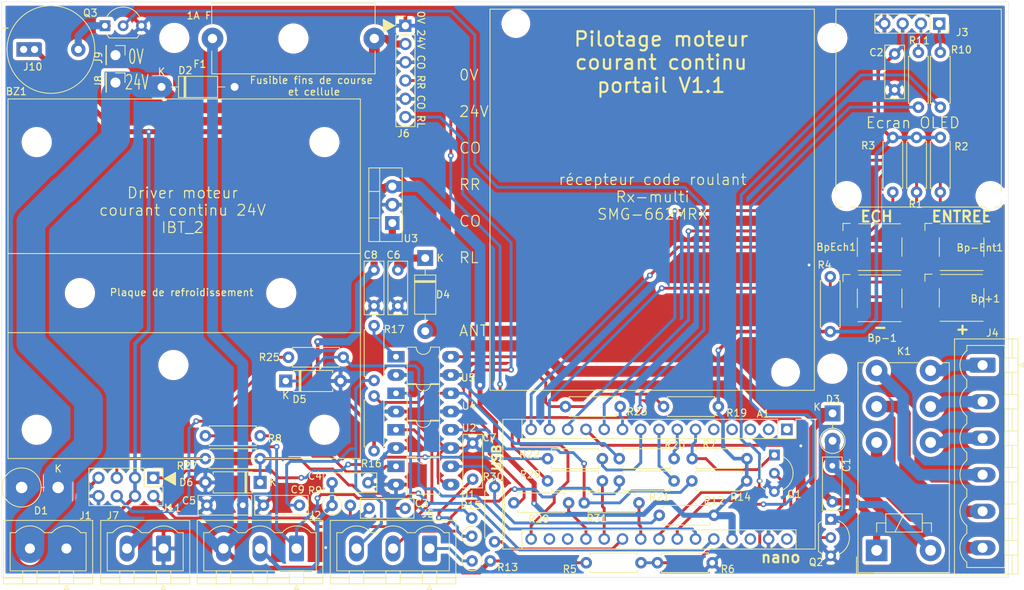
<source format=kicad_pcb>
(kicad_pcb (version 20171130) (host pcbnew "(5.1.12)-1")
  (title_block (rev 1.1))
  (layers (0 F.Cu signal) (31 B.Cu signal) (34 B.Paste user) (35 F.Paste user) (36 B.SilkS user) (37 F.SilkS user) (38 B.Mask user) (39 F.Mask user) (44 Edge.Cuts user))
  (net 0 "")
  (net 1 GND)
  (net 2 /Bp-)
  (net 3 /Bp+)
  (net 4 /BpEnt)
  (net 5 /Marche)
  (net 6 /BpEch)
  (net 7 /PRIS)
  (net 8 "Net-(A1-Pad10)")
  (net 9 /PLIS)
  (net 10 "Net-(A1-Pad9)")
  (net 11 /SCL)
  (net 12 "Net-(A1-Pad8)")
  (net 13 /SDA)
  (net 14 "Net-(A1-Pad7)")
  (net 15 "Net-(A1-Pad22)")
  (net 16 "Net-(A1-Pad21)")
  (net 17 "Net-(A1-Pad20)")
  (net 18 "Net-(A1-Pad19)")
  (net 19 +5V)
  (net 20 /FOuv)
  (net 21 /Ffer)
  (net 22 /Cell)
  (net 23 /Commande)
  (net 24 /24V=)
  (net 25 /LIS)
  (net 26 /RIS)
  (net 27 /LPWM)
  (net 28 /RPWM)
  (net 29 /RadioL)
  (net 30 /RadioR)
  (net 31 /Ouvert)
  (net 32 /Ferme)
  (net 33 /Cellule)
  (net 34 /Comand)
  (net 35 /Buz)
  (net 36 "Net-(BZ1-Pad2)")
  (net 37 /ComCap)
  (net 38 "Net-(C1-Pad2)")
  (net 39 "Net-(C6-Pad1)")
  (net 40 "Net-(J5-Pad1)")
  (net 41 /PFus)
  (net 42 "Net-(Q1-Pad2)")
  (net 43 "Net-(R8-Pad2)")
  (net 44 "Net-(R9-Pad2)")
  (net 45 "Net-(J3-Pad2)")
  (net 46 "Net-(J3-Pad1)")
  (net 47 "Net-(J4-Pad6)")
  (net 48 "Net-(J4-Pad5)")
  (net 49 "Net-(J4-Pad4)")
  (net 50 "Net-(J4-Pad3)")
  (net 51 "Net-(J4-Pad2)")
  (net 52 "Net-(J4-Pad1)")
  (net 53 "Net-(R15-Pad2)")
  (net 54 "Net-(R17-Pad2)")
  (module Capacitor_THT:C_Rect_L7.2mm_W2.5mm_P5.00mm_FKS2_FKP2_MKS2_MKP2 (layer F.Cu) (at 134.402 120.977 180)
    (fp_text reference C9 (at 0.254 2.159) (layer F.SilkS))
    (fp_text value 100nF)
    (pad 2 thru_hole circle (at 5 0 180) (size 1.6 1.6) (drill 0.8) (layers *.Cu *.Mask) (net 1 GND))
    (pad 1 thru_hole circle (at 0 0 180) (size 1.6 1.6) (drill 0.8) (layers *.Cu *.Mask) (net 23 /Commande))
  )
  (module Connector_PinHeader_2.54mm:PinHeader_2x04_P2.54mm_Vertical (layer F.Cu) (at 114.082 117.167 270)
    (fp_text reference J11 (at 4.191 -2.54 180) (layer F.SilkS))
    (fp_text value Conn_01x08_Male)
    (pad 8 thru_hole oval (at 2.54 7.62 270) (size 1.7 1.7) (drill 1) (layers *.Cu *.Mask) (net 1 GND))
    (pad 7 thru_hole oval (at 0 7.62 270) (size 1.7 1.7) (drill 1) (layers *.Cu *.Mask) (net 19 +5V))
    (pad 6 thru_hole oval (at 2.54 5.08 270) (size 1.7 1.7) (drill 1) (layers *.Cu *.Mask) (net 25 /LIS))
    (pad 5 thru_hole oval (at 0 5.08 270) (size 1.7 1.7) (drill 1) (layers *.Cu *.Mask) (net 26 /RIS))
    (pad 4 thru_hole oval (at 2.54 2.54 270) (size 1.7 1.7) (drill 1) (layers *.Cu *.Mask) (net 19 +5V))
    (pad 3 thru_hole oval (at 0 2.54 270) (size 1.7 1.7) (drill 1) (layers *.Cu *.Mask) (net 19 +5V))
    (pad 2 thru_hole oval (at 2.54 0 270) (size 1.7 1.7) (drill 1) (layers *.Cu *.Mask) (net 27 /LPWM))
    (pad 1 thru_hole rect (at 0 0 270) (size 1.7 1.7) (drill 1) (layers *.Cu *.Mask) (net 28 /RPWM))
  )
  (module Connector_Phoenix_MSTB:PhoenixContact_MSTBVA_2,5_3-G-5,08_1x03_P5.08mm_Vertical (layer F.Cu) (at 134 127 180)
    (fp_text reference J2 (at -2.561 4.626) (layer F.SilkS))
    (fp_text value Screw_Terminal_01x03)
    (pad 3 thru_hole oval (at 10.16 0 180) (size 2.08 3.6) (drill 1.4) (layers *.Cu *.Mask) (net 37 /ComCap))
    (pad 2 thru_hole oval (at 5.08 0 180) (size 2.08 3.6) (drill 1.4) (layers *.Cu *.Mask) (net 21 /Ffer))
    (pad 1 thru_hole roundrect (at 0 0 180) (size 2.08 3.6) (drill 1.4) (layers *.Cu *.Mask) (roundrect_rratio 0.1201908653846154) (net 20 /FOuv))
  )
  (module Resistor_THT:R_Axial_DIN0207_L6.3mm_D2.5mm_P7.62mm_Horizontal (layer F.Cu) (at 121.321 114.5)
    (fp_text reference R27 (at -2.54 1.016) (layer F.SilkS))
    (fp_text value 1k)
    (pad 2 thru_hole oval (at 7.62 0) (size 1.6 1.6) (drill 0.8) (layers *.Cu *.Mask) (net 7 /PRIS))
    (pad 1 thru_hole circle (at 0 0) (size 1.6 1.6) (drill 0.8) (layers *.Cu *.Mask) (net 26 /RIS))
  )
  (module Diode_THT:D_DO-41_SOD81_P10.16mm_Horizontal (layer F.Cu) (at 115.225 62.811)
    (fp_text reference D2 (at 3.302 -2.286) (layer F.SilkS))
    (fp_text value 1N4004)
    (fp_text user K (at 0 -2.1) (layer F.SilkS))
    (pad 2 thru_hole oval (at 10.16 0) (size 2.2 2.2) (drill 1.1) (layers *.Cu *.Mask) (net 1 GND))
    (pad 1 thru_hole rect (at 0 0) (size 2.2 2.2) (drill 1.1) (layers *.Cu *.Mask) (net 24 /24V=))
  )
  (module Resistor_THT:R_Axial_DIN0207_L6.3mm_D2.5mm_P2.54mm_Vertical (layer F.Cu) (at 158.405 128.724)
    (fp_text reference R13 (at 4.953 0.889) (layer F.SilkS))
    (fp_text value 2,7k)
    (pad 2 thru_hole oval (at 2.54 0) (size 1.6 1.6) (drill 0.8) (layers *.Cu *.Mask) (net 37 /ComCap))
    (pad 1 thru_hole circle (at 0 0) (size 1.6 1.6) (drill 0.8) (layers *.Cu *.Mask) (net 40 "Net-(J5-Pad1)"))
  )
  (module Diode_THT:D_DO-201AD_P5.08mm_Vertical_KathodeUp (layer F.Cu) (at 100.8486 118.5132 180)
    (fp_text reference D1 (at 2.3876 -3.2258) (layer F.SilkS))
    (fp_text value 1.5KE39C)
    (fp_text user K (at 0 2.6) (layer F.SilkS))
    (pad 2 thru_hole oval (at 5.08 0 180) (size 3.2 3.2) (drill 1.6) (layers *.Cu *.Mask) (net 1 GND))
    (pad 1 thru_hole rect (at 0 0 180) (size 3.2 3.2) (drill 1.6) (layers *.Cu *.Mask) (net 24 /24V=))
  )
  (module MountingHole:MountingHole_3.2mm_M3 (layer F.Cu) (at 131.873 91.484)
    (fp_text reference FID14 hide)
    (fp_text value Fiducial hide)
    (pad 1 np_thru_hole circle (at 0 0) (size 3.2 3.2) (drill 3.2) (layers *.Cu *.Mask))
  )
  (module MountingHole:MountingHole_3.2mm_M3 (layer F.Cu) (at 137.873 110.484)
    (fp_text reference FID13 hide)
    (fp_text value Fiducial hide)
    (pad 1 np_thru_hole circle (at 0 0) (size 3.2 3.2) (drill 3.2) (layers *.Cu *.Mask))
  )
  (module MountingHole:MountingHole_3.2mm_M3 (layer F.Cu) (at 137.873 70.484)
    (fp_text reference FID12 hide)
    (fp_text value Fiducial hide)
    (pad 1 np_thru_hole circle (at 0 0) (size 3.2 3.2) (drill 3.2) (layers *.Cu *.Mask))
  )
  (module MountingHole:MountingHole_3.2mm_M3 (layer F.Cu) (at 103.873 91.484)
    (fp_text reference FID11 hide)
    (fp_text value Fiducial hide)
    (pad 1 np_thru_hole circle (at 0 0) (size 3.2 3.2) (drill 3.2) (layers *.Cu *.Mask))
  )
  (module MountingHole:MountingHole_3.2mm_M3 (layer F.Cu) (at 97.873 110.484)
    (fp_text reference FID10 hide)
    (fp_text value Fiducial hide)
    (pad 1 np_thru_hole circle (at 0 0) (size 3.2 3.2) (drill 3.2) (layers *.Cu *.Mask))
  )
  (module MountingHole:MountingHole_3.2mm_M3 (layer F.Cu) (at 97.873 70.484)
    (fp_text reference FID9 hide)
    (fp_text value Fiducial hide)
    (pad 1 np_thru_hole circle (at 0 0) (size 3.2 3.2) (drill 3.2) (layers *.Cu *.Mask))
  )
  (module MountingHole:MountingHole_3.2mm_M3 (layer F.Cu) (at 210.5 78)
    (fp_text reference FID6 hide)
    (fp_text value Fiducial hide)
    (pad 1 np_thru_hole circle (at 0 0) (size 3.2 3.2) (drill 3.2) (layers *.Cu *.Mask))
  )
  (module MountingHole:MountingHole_3.2mm_M3 (layer F.Cu) (at 230.5 78)
    (fp_text reference FID5 hide)
    (fp_text value Fiducial hide)
    (pad 1 np_thru_hole circle (at 0 0) (size 3.2 3.2) (drill 3.2) (layers *.Cu *.Mask))
  )
  (module MountingHole:MountingHole_3.2mm_M3 (layer F.Cu) (at 208.5 102)
    (fp_text reference FID4 hide)
    (fp_text value Fiducial hide)
    (pad 1 np_thru_hole circle (at 0 0) (size 3.2 3.2) (drill 3.2) (layers *.Cu *.Mask))
  )
  (module MountingHole:MountingHole_3.2mm_M3 (layer F.Cu) (at 208.5 56)
    (fp_text reference FID3 hide)
    (fp_text value Fiducial hide)
    (pad 1 np_thru_hole circle (at 0 0) (size 3.2 3.2) (drill 3.2) (layers *.Cu *.Mask))
  )
  (module MountingHole:MountingHole_3.2mm_M3 (layer F.Cu) (at 116.873 101.484)
    (fp_text reference FID2 hide)
    (fp_text value Fiducial hide)
    (pad 1 np_thru_hole circle (at 0 0) (size 3.2 3.2) (drill 3.2) (layers *.Cu *.Mask))
  )
  (module MountingHole:MountingHole_3.2mm_M3 (layer F.Cu) (at 117 56)
    (fp_text reference FID1 hide)
    (fp_text value Fiducial hide)
    (pad 1 np_thru_hole circle (at 0 0) (size 3.2 3.2) (drill 3.2) (layers *.Cu *.Mask))
  )
  (module Package_TO_SOT_THT:TO-92_Inline_Wide (layer F.Cu) (at 200.442 113.992 270)
    (fp_text reference Q1 (at 5.461 -2.794 180) (layer F.SilkS))
    (fp_text value BC548)
    (pad 1 thru_hole rect (at 0 0 270) (size 1.5 1.5) (drill 0.8) (layers *.Cu *.Mask) (net 41 /PFus))
    (pad 3 thru_hole circle (at 5.08 0 270) (size 1.5 1.5) (drill 0.8) (layers *.Cu *.Mask) (net 1 GND))
    (pad 2 thru_hole circle (at 2.54 0 270) (size 1.5 1.5) (drill 0.8) (layers *.Cu *.Mask) (net 42 "Net-(Q1-Pad2)"))
  )
  (module Resistor_THT:R_Axial_DIN0207_L6.3mm_D2.5mm_P7.62mm_Horizontal (layer F.Cu) (at 189.012 114.5)
    (fp_text reference R7 (at 2.413 -2.032) (layer F.SilkS))
    (fp_text value 10K)
    (pad 2 thru_hole oval (at 7.62 0) (size 1.6 1.6) (drill 0.8) (layers *.Cu *.Mask) (net 19 +5V))
    (pad 1 thru_hole circle (at 0 0) (size 1.6 1.6) (drill 0.8) (layers *.Cu *.Mask) (net 41 /PFus))
  )
  (module Resistor_THT:R_Axial_DIN0207_L6.3mm_D2.5mm_P7.62mm_Horizontal (layer F.Cu) (at 191.806 128.978 180)
    (fp_text reference R6 (at -2.159 -0.889) (layer F.SilkS))
    (fp_text value 82k)
    (pad 2 thru_hole oval (at 7.62 0 180) (size 1.6 1.6) (drill 0.8) (layers *.Cu *.Mask) (net 42 "Net-(Q1-Pad2)"))
    (pad 1 thru_hole circle (at 0 0 180) (size 1.6 1.6) (drill 0.8) (layers *.Cu *.Mask) (net 1 GND))
  )
  (module Resistor_THT:R_Axial_DIN0207_L6.3mm_D2.5mm_P7.62mm_Horizontal (layer F.Cu) (at 181.9 128.978 180)
    (fp_text reference R5 (at 9.906 -0.889) (layer F.SilkS))
    (fp_text value 100k)
    (pad 2 thru_hole oval (at 7.62 0 180) (size 1.6 1.6) (drill 0.8) (layers *.Cu *.Mask) (net 37 /ComCap))
    (pad 1 thru_hole circle (at 0 0 180) (size 1.6 1.6) (drill 0.8) (layers *.Cu *.Mask) (net 42 "Net-(Q1-Pad2)"))
  )
  (module Fuse:Fuseholder_Cylinder-5x20mm_Schurter_0031_8201_Horizontal_Open (layer F.Cu) (at 144.816 56.08 180)
    (fp_text reference F1 (at 24.257 -3.556) (layer F.SilkS))
    (fp_text value "1A F")
    (pad "" np_thru_hole circle (at 11.25 0 180) (size 3.2 3.2) (drill 3.2) (layers *.Cu *.Mask))
    (pad 2 thru_hole circle (at 22.5 0 180) (size 3 3) (drill 1.3) (layers *.Cu *.Mask) (net 37 /ComCap))
    (pad 1 thru_hole circle (at 0 0 180) (size 3 3) (drill 1.3) (layers *.Cu *.Mask) (net 24 /24V=))
  )
  (module Package_TO_SOT_THT:TO-92L_Inline_Wide (layer F.Cu) (at 107.351 54.302)
    (fp_text reference Q3 (at -2.032 -1.778) (layer F.SilkS))
    (fp_text value BS170)
    (pad 1 thru_hole rect (at 0 0) (size 1.5 1.5) (drill 0.8) (layers *.Cu *.Mask) (net 36 "Net-(BZ1-Pad2)"))
    (pad 3 thru_hole circle (at 5.08 0) (size 1.5 1.5) (drill 0.8) (layers *.Cu *.Mask) (net 1 GND))
    (pad 2 thru_hole circle (at 2.54 0) (size 1.5 1.5) (drill 0.8) (layers *.Cu *.Mask) (net 35 /Buz))
  )
  (module Connector_PinHeader_2.54mm:PinHeader_1x06_P2.54mm_Vertical (layer F.Cu) (at 149.134 54.302)
    (fp_text reference J6 (at -0.254 14.986) (layer F.SilkS))
    (fp_text value Conn_01x06_Male)
    (pad 6 thru_hole oval (at 0 12.7) (size 1.7 1.7) (drill 1) (layers *.Cu *.Mask) (net 29 /RadioL))
    (pad 5 thru_hole oval (at 0 10.16) (size 1.7 1.7) (drill 1) (layers *.Cu *.Mask) (net 1 GND))
    (pad 4 thru_hole oval (at 0 7.62) (size 1.7 1.7) (drill 1) (layers *.Cu *.Mask) (net 30 /RadioR))
    (pad 3 thru_hole oval (at 0 5.08) (size 1.7 1.7) (drill 1) (layers *.Cu *.Mask) (net 1 GND))
    (pad 2 thru_hole oval (at 0 2.54) (size 1.7 1.7) (drill 1) (layers *.Cu *.Mask) (net 24 /24V=))
    (pad 1 thru_hole rect (at 0 0) (size 1.7 1.7) (drill 1) (layers *.Cu *.Mask) (net 1 GND))
  )
  (module Connector_Wire:SolderWire-0.25sqmm_1x01_D0.65mm_OD2mm (layer F.Cu) (at 97.572 57.604)
    (fp_text reference J10 (at -0.254 2.413) (layer F.SilkS))
    (fp_text value Conn_01x01_Male)
    (pad 1 thru_hole roundrect (at 0 0) (size 2 2) (drill 1) (layers *.Cu *.Mask) (roundrect_rratio 0.125) (net 19 +5V))
  )
  (module Buzzer_Beeper:Buzzer_12x9.5RM7.6 (layer F.Cu) (at 96.048 57.604)
    (fp_text reference BZ1 (at -1.016 5.842) (layer F.SilkS))
    (fp_text value "Buzzer passif")
    (fp_text user + (at -2.54 -3.048) (layer F.SilkS))
    (pad 2 thru_hole circle (at 7.6 0) (size 2 2) (drill 1) (layers *.Cu *.Mask) (net 36 "Net-(BZ1-Pad2)"))
    (pad 1 thru_hole rect (at 0 0) (size 2 2) (drill 1) (layers *.Cu *.Mask) (net 19 +5V))
  )
  (module Capacitor_THT:C_Rect_L7.2mm_W2.5mm_P5.00mm_FKS2_FKP2_MKS2_MKP2 (layer F.Cu) (at 126.528 120.977 180)
    (fp_text reference C5 (at 7.493 0.635) (layer F.SilkS))
    (fp_text value 100nF)
    (pad 2 thru_hole circle (at 5 0 180) (size 1.6 1.6) (drill 0.8) (layers *.Cu *.Mask) (net 1 GND))
    (pad 1 thru_hole circle (at 0 0 180) (size 1.6 1.6) (drill 0.8) (layers *.Cu *.Mask) (net 37 /ComCap))
  )
  (module Capacitor_THT:C_Rect_L7.2mm_W2.5mm_P5.00mm_FKS2_FKP2_MKS2_MKP2 (layer F.Cu) (at 149.098 121.412 180)
    (fp_text reference C3 (at -2.322 0.689 180) (layer F.SilkS))
    (fp_text value 100nF)
    (pad 2 thru_hole circle (at 5 0 180) (size 1.6 1.6) (drill 0.8) (layers *.Cu *.Mask) (net 1 GND))
    (pad 1 thru_hole circle (at 0 0 180) (size 1.6 1.6) (drill 0.8) (layers *.Cu *.Mask) (net 20 /FOuv))
  )
  (module Resistor_THT:R_Axial_DIN0207_L6.3mm_D2.5mm_P2.54mm_Vertical (layer F.Cu) (at 158.369 125.295 90)
    (fp_text reference R15 (at 4.318 -0.127 180) (layer F.SilkS))
    (fp_text value 2,7k)
    (pad 2 thru_hole oval (at 2.54 0 90) (size 1.6 1.6) (drill 0.8) (layers *.Cu *.Mask) (net 53 "Net-(R15-Pad2)"))
    (pad 1 thru_hole circle (at 0 0 90) (size 1.6 1.6) (drill 0.8) (layers *.Cu *.Mask) (net 22 /Cell))
  )
  (module Capacitor_THT:C_Rect_L7.2mm_W2.5mm_P5.00mm_FKS2_FKP2_MKS2_MKP2 (layer F.Cu) (at 138.938 117.856)
    (fp_text reference C4 (at -2.377 -0.943) (layer F.SilkS))
    (fp_text value 100nF)
    (pad 2 thru_hole circle (at 5 0) (size 1.6 1.6) (drill 0.8) (layers *.Cu *.Mask) (net 1 GND))
    (pad 1 thru_hole circle (at 0 0) (size 1.6 1.6) (drill 0.8) (layers *.Cu *.Mask) (net 21 /Ffer))
  )
  (module Resistor_THT:R_Axial_DIN0207_L6.3mm_D2.5mm_P2.54mm_Vertical (layer F.Cu) (at 138.938 121)
    (fp_text reference R9 (at -2.377 -2.055) (layer F.SilkS))
    (fp_text value 2,7k)
    (pad 2 thru_hole oval (at 2.54 0) (size 1.6 1.6) (drill 0.8) (layers *.Cu *.Mask) (net 44 "Net-(R9-Pad2)"))
    (pad 1 thru_hole circle (at 0 0) (size 1.6 1.6) (drill 0.8) (layers *.Cu *.Mask) (net 21 /Ffer))
  )
  (module Diode_THT:D_DO-41_SOD81_P3.81mm_Vertical_KathodeUp (layer F.Cu) (at 208.534 108.204 270)
    (fp_text reference D3 (at -1.959 -0.036 180) (layer F.SilkS))
    (fp_text value 1N4004)
    (fp_text user K (at -0.889 2.159 180) (layer F.SilkS))
    (pad 2 thru_hole oval (at 3.81 0 270) (size 2.2 2.2) (drill 1.1) (layers *.Cu *.Mask) (net 38 "Net-(C1-Pad2)"))
    (pad 1 thru_hole rect (at 0 0 270) (size 2.2 2.2) (drill 1.1) (layers *.Cu *.Mask) (net 24 /24V=))
  )
  (module Package_DIP:DIP-4_W7.62mm_LongPads (layer F.Cu) (at 147.828 100.33)
    (fp_text reference U5 (at 10.033 2.921) (layer F.SilkS))
    (fp_text value SFH617A-1)
    (pad 4 thru_hole oval (at 7.62 0) (size 2.4 1.6) (drill 0.8) (layers *.Cu *.Mask) (net 34 /Comand))
    (pad 2 thru_hole oval (at 0 2.54) (size 2.4 1.6) (drill 0.8) (layers *.Cu *.Mask) (net 1 GND))
    (pad 3 thru_hole oval (at 7.62 2.54) (size 2.4 1.6) (drill 0.8) (layers *.Cu *.Mask) (net 1 GND))
    (pad 1 thru_hole rect (at 0 0) (size 2.4 1.6) (drill 0.8) (layers *.Cu *.Mask) (net 54 "Net-(R17-Pad2)"))
  )
  (module Package_DIP:DIP-4_W7.62mm_LongPads (layer F.Cu) (at 147.828 105.41)
    (fp_text reference U4 (at 10.16 1.778) (layer F.SilkS))
    (fp_text value SFH617A-1)
    (pad 4 thru_hole oval (at 7.62 0) (size 2.4 1.6) (drill 0.8) (layers *.Cu *.Mask) (net 33 /Cellule))
    (pad 2 thru_hole oval (at 0 2.54) (size 2.4 1.6) (drill 0.8) (layers *.Cu *.Mask) (net 1 GND))
    (pad 3 thru_hole oval (at 7.62 2.54) (size 2.4 1.6) (drill 0.8) (layers *.Cu *.Mask) (net 1 GND))
    (pad 1 thru_hole rect (at 0 0) (size 2.4 1.6) (drill 0.8) (layers *.Cu *.Mask) (net 53 "Net-(R15-Pad2)"))
  )
  (module Package_DIP:DIP-4_W7.62mm_LongPads (layer F.Cu) (at 147.828 110.49)
    (fp_text reference U2 (at 10.16 -0.254) (layer F.SilkS))
    (fp_text value SFH617A-1)
    (pad 4 thru_hole oval (at 7.62 0) (size 2.4 1.6) (drill 0.8) (layers *.Cu *.Mask) (net 32 /Ferme))
    (pad 2 thru_hole oval (at 0 2.54) (size 2.4 1.6) (drill 0.8) (layers *.Cu *.Mask) (net 1 GND))
    (pad 3 thru_hole oval (at 7.62 2.54) (size 2.4 1.6) (drill 0.8) (layers *.Cu *.Mask) (net 1 GND))
    (pad 1 thru_hole rect (at 0 0) (size 2.4 1.6) (drill 0.8) (layers *.Cu *.Mask) (net 44 "Net-(R9-Pad2)"))
  )
  (module Package_DIP:DIP-4_W7.62mm_LongPads (layer F.Cu) (at 147.828 115.57)
    (fp_text reference U1 (at 10.033 3.937) (layer F.SilkS))
    (fp_text value SFH617A-1)
    (pad 4 thru_hole oval (at 7.62 0) (size 2.4 1.6) (drill 0.8) (layers *.Cu *.Mask) (net 31 /Ouvert))
    (pad 2 thru_hole oval (at 0 2.54) (size 2.4 1.6) (drill 0.8) (layers *.Cu *.Mask) (net 1 GND))
    (pad 3 thru_hole oval (at 7.62 2.54) (size 2.4 1.6) (drill 0.8) (layers *.Cu *.Mask) (net 1 GND))
    (pad 1 thru_hole rect (at 0 0) (size 2.4 1.6) (drill 0.8) (layers *.Cu *.Mask) (net 43 "Net-(R8-Pad2)"))
  )
  (module Package_TO_SOT_THT:TO-220-3_Vertical (layer F.Cu) (at 147.32 81.734 90)
    (fp_text reference U3 (at -2.159 2.576) (layer F.SilkS))
    (fp_text value LM7805_TO220)
    (pad 3 thru_hole oval (at 5.08 0 90) (size 1.905 2) (drill 1.1) (layers *.Cu *.Mask) (net 19 +5V))
    (pad 2 thru_hole oval (at 2.54 0 90) (size 1.905 2) (drill 1.1) (layers *.Cu *.Mask) (net 1 GND))
    (pad 1 thru_hole rect (at 0 0 90) (size 1.905 2) (drill 1.1) (layers *.Cu *.Mask) (net 39 "Net-(C6-Pad1)"))
  )
  (module Resistor_THT:R_Axial_DIN0207_L6.3mm_D2.5mm_P7.62mm_Horizontal (layer F.Cu) (at 174 120.65)
    (fp_text reference R31 (at 1.768 2.159) (layer F.SilkS))
    (fp_text value 1k)
    (pad 2 thru_hole oval (at 7.62 0) (size 1.6 1.6) (drill 0.8) (layers *.Cu *.Mask) (net 15 "Net-(A1-Pad22)"))
    (pad 1 thru_hole circle (at 0 0) (size 1.6 1.6) (drill 0.8) (layers *.Cu *.Mask) (net 32 /Ferme))
  )
  (module Resistor_THT:R_Axial_DIN0207_L6.3mm_D2.5mm_P7.62mm_Horizontal (layer F.Cu) (at 161.544 118.437 270)
    (fp_text reference R30 (at -1.397 0.218 180) (layer F.SilkS))
    (fp_text value 1k)
    (pad 2 thru_hole oval (at 7.62 0 270) (size 1.6 1.6) (drill 0.8) (layers *.Cu *.Mask) (net 16 "Net-(A1-Pad21)"))
    (pad 1 thru_hole circle (at 0 0 270) (size 1.6 1.6) (drill 0.8) (layers *.Cu *.Mask) (net 31 /Ouvert))
  )
  (module Resistor_THT:R_Axial_DIN0207_L6.3mm_D2.5mm_P7.62mm_Horizontal (layer F.Cu) (at 168.91 117.602)
    (fp_text reference R29 (at -2.413 -0.889) (layer F.SilkS))
    (fp_text value 1k)
    (pad 2 thru_hole oval (at 7.62 0) (size 1.6 1.6) (drill 0.8) (layers *.Cu *.Mask) (net 17 "Net-(A1-Pad20)"))
    (pad 1 thru_hole circle (at 0 0) (size 1.6 1.6) (drill 0.8) (layers *.Cu *.Mask) (net 30 /RadioR))
  )
  (module Resistor_THT:R_Axial_DIN0207_L6.3mm_D2.5mm_P7.62mm_Horizontal (layer F.Cu) (at 179 107.261 180)
    (fp_text reference R23 (at -2.356 -0.704) (layer F.SilkS))
    (fp_text value 1k)
    (pad 2 thru_hole oval (at 7.62 0 180) (size 1.6 1.6) (drill 0.8) (layers *.Cu *.Mask) (net 34 /Comand))
    (pad 1 thru_hole circle (at 0 0 180) (size 1.6 1.6) (drill 0.8) (layers *.Cu *.Mask) (net 8 "Net-(A1-Pad10)"))
  )
  (module Resistor_THT:R_Axial_DIN0207_L6.3mm_D2.5mm_P7.62mm_Horizontal (layer F.Cu) (at 176.53 114.5 180)
    (fp_text reference R22 (at 10.124 0.581) (layer F.SilkS))
    (fp_text value 1k)
    (pad 2 thru_hole oval (at 7.62 0 180) (size 1.6 1.6) (drill 0.8) (layers *.Cu *.Mask) (net 28 /RPWM))
    (pad 1 thru_hole circle (at 0 0 180) (size 1.6 1.6) (drill 0.8) (layers *.Cu *.Mask) (net 10 "Net-(A1-Pad9)"))
  )
  (module Resistor_THT:R_Axial_DIN0207_L6.3mm_D2.5mm_P7.62mm_Horizontal (layer F.Cu) (at 186.5 117.602 180)
    (fp_text reference R21 (at 2.06 -2.232) (layer F.SilkS))
    (fp_text value 1k)
    (pad 2 thru_hole oval (at 7.62 0 180) (size 1.6 1.6) (drill 0.8) (layers *.Cu *.Mask) (net 27 /LPWM))
    (pad 1 thru_hole circle (at 0 0 180) (size 1.6 1.6) (drill 0.8) (layers *.Cu *.Mask) (net 12 "Net-(A1-Pad8)"))
  )
  (module Resistor_THT:R_Axial_DIN0207_L6.3mm_D2.5mm_P7.62mm_Horizontal (layer F.Cu) (at 186.5 114.5 180)
    (fp_text reference R20 (at -0.099 1.905) (layer F.SilkS))
    (fp_text value 1k)
    (pad 2 thru_hole oval (at 7.62 0 180) (size 1.6 1.6) (drill 0.8) (layers *.Cu *.Mask) (net 33 /Cellule))
    (pad 1 thru_hole circle (at 0 0 180) (size 1.6 1.6) (drill 0.8) (layers *.Cu *.Mask) (net 14 "Net-(A1-Pad7)"))
  )
  (module Resistor_THT:R_Axial_DIN0207_L6.3mm_D2.5mm_P7.62mm_Horizontal (layer F.Cu) (at 192.659 107.261 180)
    (fp_text reference R19 (at -2.54 -0.889) (layer F.SilkS))
    (fp_text value 5,6k)
    (pad 2 thru_hole oval (at 7.62 0 180) (size 1.6 1.6) (drill 0.8) (layers *.Cu *.Mask) (net 34 /Comand))
    (pad 1 thru_hole circle (at 0 0 180) (size 1.6 1.6) (drill 0.8) (layers *.Cu *.Mask) (net 19 +5V))
  )
  (module Resistor_THT:R_Axial_DIN0207_L6.3mm_D2.5mm_P7.62mm_Horizontal (layer F.Cu) (at 144.78 103.632 90)
    (fp_text reference R17 (at 7.112 2.794) (layer F.SilkS))
    (fp_text value 2,7k)
    (pad 2 thru_hole oval (at 7.62 0 90) (size 1.6 1.6) (drill 0.8) (layers *.Cu *.Mask) (net 54 "Net-(R17-Pad2)"))
    (pad 1 thru_hole circle (at 0 0 90) (size 1.6 1.6) (drill 0.8) (layers *.Cu *.Mask) (net 23 /Commande))
  )
  (module Resistor_THT:R_Axial_DIN0207_L6.3mm_D2.5mm_P7.62mm_Horizontal (layer F.Cu) (at 144.78 113.411 90)
    (fp_text reference R16 (at -1.778 -0.381 180) (layer F.SilkS))
    (fp_text value 5,6k)
    (pad 2 thru_hole oval (at 7.62 0 90) (size 1.6 1.6) (drill 0.8) (layers *.Cu *.Mask) (net 33 /Cellule))
    (pad 1 thru_hole circle (at 0 0 90) (size 1.6 1.6) (drill 0.8) (layers *.Cu *.Mask) (net 19 +5V))
  )
  (module Resistor_THT:R_Axial_DIN0207_L6.3mm_D2.5mm_P7.62mm_Horizontal (layer F.Cu) (at 164.211 120.65)
    (fp_text reference R28 (at 3.465 2.232) (layer F.SilkS))
    (fp_text value 1k)
    (pad 2 thru_hole oval (at 7.62 0) (size 1.6 1.6) (drill 0.8) (layers *.Cu *.Mask) (net 18 "Net-(A1-Pad19)"))
    (pad 1 thru_hole circle (at 0 0) (size 1.6 1.6) (drill 0.8) (layers *.Cu *.Mask) (net 29 /RadioL))
  )
  (module Resistor_THT:R_Axial_DIN0207_L6.3mm_D2.5mm_P7.62mm_Horizontal (layer F.Cu) (at 220.472 58.008 270)
    (fp_text reference R11 (at -1.636 -0.127 180) (layer F.SilkS))
    (fp_text value 330)
    (pad 2 thru_hole oval (at 7.62 0 270) (size 1.6 1.6) (drill 0.8) (layers *.Cu *.Mask) (net 11 /SCL))
    (pad 1 thru_hole circle (at 0 0 270) (size 1.6 1.6) (drill 0.8) (layers *.Cu *.Mask) (net 45 "Net-(J3-Pad2)"))
  )
  (module Resistor_THT:R_Axial_DIN0207_L6.3mm_D2.5mm_P7.62mm_Horizontal (layer F.Cu) (at 223.52 58.008 270)
    (fp_text reference R10 (at -0.366 -2.921 180) (layer F.SilkS))
    (fp_text value 330)
    (pad 2 thru_hole oval (at 7.62 0 270) (size 1.6 1.6) (drill 0.8) (layers *.Cu *.Mask) (net 13 /SDA))
    (pad 1 thru_hole circle (at 0 0 270) (size 1.6 1.6) (drill 0.8) (layers *.Cu *.Mask) (net 46 "Net-(J3-Pad1)"))
  )
  (module Resistor_THT:R_Axial_DIN0207_L6.3mm_D2.5mm_P7.62mm_Horizontal (layer F.Cu) (at 208.2165 89.2175 270)
    (fp_text reference R4 (at -1.6415 0.7895 180) (layer F.SilkS))
    (fp_text value 5,6k)
    (pad 2 thru_hole oval (at 7.62 0 270) (size 1.6 1.6) (drill 0.8) (layers *.Cu *.Mask) (net 19 +5V))
    (pad 1 thru_hole circle (at 0 0 270) (size 1.6 1.6) (drill 0.8) (layers *.Cu *.Mask) (net 3 /Bp+))
  )
  (module Resistor_THT:R_Axial_DIN0207_L6.3mm_D2.5mm_P7.62mm_Horizontal (layer F.Cu) (at 216.916 77.454 90)
    (fp_text reference R3 (at 6.477 -3.429 180) (layer F.SilkS))
    (fp_text value 5,6k)
    (pad 2 thru_hole oval (at 7.62 0 90) (size 1.6 1.6) (drill 0.8) (layers *.Cu *.Mask) (net 19 +5V))
    (pad 1 thru_hole circle (at 0 0 90) (size 1.6 1.6) (drill 0.8) (layers *.Cu *.Mask) (net 2 /Bp-))
  )
  (module Resistor_THT:R_Axial_DIN0207_L6.3mm_D2.5mm_P7.62mm_Horizontal (layer F.Cu) (at 223.52 77.454 90)
    (fp_text reference R2 (at 6.35 2.921 180) (layer F.SilkS))
    (fp_text value 5,6k)
    (pad 2 thru_hole oval (at 7.62 0 90) (size 1.6 1.6) (drill 0.8) (layers *.Cu *.Mask) (net 19 +5V))
    (pad 1 thru_hole circle (at 0 0 90) (size 1.6 1.6) (drill 0.8) (layers *.Cu *.Mask) (net 4 /BpEnt))
  )
  (module Resistor_THT:R_Axial_DIN0207_L6.3mm_D2.5mm_P7.62mm_Horizontal (layer F.Cu) (at 121.321 111.325)
    (fp_text reference R8 (at 9.652 0.381) (layer F.SilkS))
    (fp_text value 2,7k)
    (pad 2 thru_hole oval (at 7.62 0) (size 1.6 1.6) (drill 0.8) (layers *.Cu *.Mask) (net 43 "Net-(R8-Pad2)"))
    (pad 1 thru_hole circle (at 0 0) (size 1.6 1.6) (drill 0.8) (layers *.Cu *.Mask) (net 20 /FOuv))
  )
  (module Resistor_THT:R_Axial_DIN0207_L6.3mm_D2.5mm_P7.62mm_Horizontal (layer F.Cu) (at 196.596 117.602 180)
    (fp_text reference R14 (at 0.853 -2.232) (layer F.SilkS))
    (fp_text value 5,6k)
    (pad 2 thru_hole oval (at 7.62 0 180) (size 1.6 1.6) (drill 0.8) (layers *.Cu *.Mask) (net 32 /Ferme))
    (pad 1 thru_hole circle (at 0 0 180) (size 1.6 1.6) (drill 0.8) (layers *.Cu *.Mask) (net 19 +5V))
  )
  (module Resistor_THT:R_Axial_DIN0207_L6.3mm_D2.5mm_P7.62mm_Horizontal (layer F.Cu) (at 192.06 122.374 180)
    (fp_text reference R12 (at 0 2.032) (layer F.SilkS))
    (fp_text value 5,6k)
    (pad 2 thru_hole oval (at 7.62 0 180) (size 1.6 1.6) (drill 0.8) (layers *.Cu *.Mask) (net 31 /Ouvert))
    (pad 1 thru_hole circle (at 0 0 180) (size 1.6 1.6) (drill 0.8) (layers *.Cu *.Mask) (net 19 +5V))
  )
  (module Resistor_THT:R_Axial_DIN0207_L6.3mm_D2.5mm_P7.62mm_Horizontal (layer F.Cu) (at 220.218 77.454 90)
    (fp_text reference R1 (at -1.651 -0.127 180) (layer F.SilkS))
    (fp_text value 5,6k)
    (pad 2 thru_hole oval (at 7.62 0 90) (size 1.6 1.6) (drill 0.8) (layers *.Cu *.Mask) (net 19 +5V))
    (pad 1 thru_hole circle (at 0 0 90) (size 1.6 1.6) (drill 0.8) (layers *.Cu *.Mask) (net 6 /BpEch))
  )
  (module Resistor_THT:R_Axial_DIN0207_L6.3mm_D2.5mm_P7.62mm_Horizontal (layer F.Cu) (at 132.878 100.403)
    (fp_text reference R25 (at -2.667 0 180) (layer F.SilkS))
    (fp_text value 1k)
    (pad 2 thru_hole oval (at 7.62 0) (size 1.6 1.6) (drill 0.8) (layers *.Cu *.Mask) (net 9 /PLIS))
    (pad 1 thru_hole circle (at 0 0) (size 1.6 1.6) (drill 0.8) (layers *.Cu *.Mask) (net 25 /LIS))
  )
  (module Package_TO_SOT_THT:TO-92L_Inline_Wide (layer F.Cu) (at 208.28 122.936 270)
    (fp_text reference Q2 (at 5.969 2.032 180) (layer F.SilkS))
    (fp_text value BS170)
    (pad 1 thru_hole rect (at 0 0 270) (size 1.5 1.5) (drill 0.8) (layers *.Cu *.Mask) (net 38 "Net-(C1-Pad2)"))
    (pad 3 thru_hole circle (at 5.08 0 270) (size 1.5 1.5) (drill 0.8) (layers *.Cu *.Mask) (net 1 GND))
    (pad 2 thru_hole circle (at 2.54 0 270) (size 1.5 1.5) (drill 0.8) (layers *.Cu *.Mask) (net 5 /Marche))
  )
  (module Relay_THT:Relay_DPDT_Finder_40.52 (layer F.Cu) (at 214.666 127.254 90)
    (fp_text reference K1 (at 27.686 3.805 180) (layer F.SilkS))
    (fp_text value FINDER-44.62)
    (pad 14 thru_hole circle (at 25 0 90) (size 3 3) (drill 1.5) (layers *.Cu *.Mask) (net 49 "Net-(J4-Pad4)"))
    (pad 21 thru_hole circle (at 20 7.5 90) (size 3 3) (drill 1.5) (layers *.Cu *.Mask) (net 51 "Net-(J4-Pad2)"))
    (pad 12 thru_hole circle (at 15 0 90) (size 3 3) (drill 1.5) (layers *.Cu *.Mask) (net 47 "Net-(J4-Pad6)"))
    (pad 22 thru_hole circle (at 15 7.5 90) (size 3 3) (drill 1.5) (layers *.Cu *.Mask) (net 50 "Net-(J4-Pad3)"))
    (pad 24 thru_hole circle (at 25 7.5 90) (size 3 3) (drill 1.5) (layers *.Cu *.Mask) (net 52 "Net-(J4-Pad1)"))
    (pad 11 thru_hole circle (at 20 0 90) (size 3 3) (drill 1.5) (layers *.Cu *.Mask) (net 48 "Net-(J4-Pad5)"))
    (pad A2 thru_hole circle (at 0 7.5 90) (size 3 3) (drill 1.5) (layers *.Cu *.Mask) (net 38 "Net-(C1-Pad2)"))
    (pad A1 thru_hole rect (at 0 0 90) (size 3 3) (drill 1.5) (layers *.Cu *.Mask) (net 24 /24V=))
  )
  (module Connector_PinHeader_2.54mm:PinHeader_1x01_P2.54mm_Vertical (layer F.Cu) (at 108.821 58.3935 270)
    (fp_text reference J9 (at 0.3535 2.359 90) (layer F.SilkS))
    (fp_text value Conn_01x01_Male)
    (pad 1 thru_hole rect (at 0 0 270) (size 3 3) (drill 1.4) (layers *.Cu *.Mask) (net 1 GND))
  )
  (module Connector_Phoenix_MSTB:PhoenixContact_MSTBVA_2,5_2-G-5,08_1x02_P5.08mm_Vertical (layer F.Cu) (at 115.5 127 180)
    (fp_text reference J7 (at 7.042 4.572) (layer F.SilkS))
    (fp_text value Screw_Terminal_01x02)
    (pad 2 thru_hole oval (at 5.08 0 180) (size 2.08 3.6) (drill 1.4) (layers *.Cu *.Mask) (net 37 /ComCap))
    (pad 1 thru_hole roundrect (at 0 0 180) (size 2.08 3.6) (drill 1.4) (layers *.Cu *.Mask) (roundrect_rratio 0.1201908653846154) (net 1 GND))
  )
  (module Connector_Phoenix_MSTB:PhoenixContact_MSTBVA_2,5_3-G-5,08_1x03_P5.08mm_Vertical (layer F.Cu) (at 152.5 127 180)
    (fp_text reference J5 (at 0.227 4.826) (layer F.SilkS))
    (fp_text value Screw_Terminal_01x03)
    (pad 3 thru_hole oval (at 10.16 0 180) (size 2.08 3.6) (drill 1.4) (layers *.Cu *.Mask) (net 23 /Commande))
    (pad 2 thru_hole oval (at 5.08 0 180) (size 2.08 3.6) (drill 1.4) (layers *.Cu *.Mask) (net 22 /Cell))
    (pad 1 thru_hole roundrect (at 0 0 180) (size 2.08 3.6) (drill 1.4) (layers *.Cu *.Mask) (roundrect_rratio 0.1201908653846154) (net 40 "Net-(J5-Pad1)"))
  )
  (module Connector_Phoenix_MSTB:PhoenixContact_MSTBVA_2,5_6-G-5,08_1x06_P5.08mm_Vertical (layer F.Cu) (at 229.398 101.5 270)
    (fp_text reference J4 (at -4.472 -1.37 180) (layer F.SilkS))
    (fp_text value Screw_Terminal_01x06)
    (pad 6 thru_hole oval (at 25.4 0 270) (size 2.08 3.6) (drill 1.4) (layers *.Cu *.Mask) (net 47 "Net-(J4-Pad6)"))
    (pad 5 thru_hole oval (at 20.32 0 270) (size 2.08 3.6) (drill 1.4) (layers *.Cu *.Mask) (net 48 "Net-(J4-Pad5)"))
    (pad 4 thru_hole oval (at 15.24 0 270) (size 2.08 3.6) (drill 1.4) (layers *.Cu *.Mask) (net 49 "Net-(J4-Pad4)"))
    (pad 3 thru_hole oval (at 10.16 0 270) (size 2.08 3.6) (drill 1.4) (layers *.Cu *.Mask) (net 50 "Net-(J4-Pad3)"))
    (pad 2 thru_hole oval (at 5.08 0 270) (size 2.08 3.6) (drill 1.4) (layers *.Cu *.Mask) (net 51 "Net-(J4-Pad2)"))
    (pad 1 thru_hole roundrect (at 0 0 270) (size 2.08 3.6) (drill 1.4) (layers *.Cu *.Mask) (roundrect_rratio 0.1201908653846154) (net 52 "Net-(J4-Pad1)"))
  )
  (module Connector_PinSocket_2.54mm:PinSocket_1x04_P2.54mm_Vertical (layer F.Cu) (at 223.366 54.008 270)
    (fp_text reference J3 (at 1.221 -3.202 180) (layer F.SilkS))
    (fp_text value Conn_01x04)
    (pad 4 thru_hole oval (at 0 7.62 270) (size 1.7 1.7) (drill 1) (layers *.Cu *.Mask) (net 1 GND))
    (pad 3 thru_hole oval (at 0 5.08 270) (size 1.7 1.7) (drill 1) (layers *.Cu *.Mask) (net 19 +5V))
    (pad 2 thru_hole oval (at 0 2.54 270) (size 1.7 1.7) (drill 1) (layers *.Cu *.Mask) (net 45 "Net-(J3-Pad2)"))
    (pad 1 thru_hole rect (at 0 0 270) (size 1.7 1.7) (drill 1) (layers *.Cu *.Mask) (net 46 "Net-(J3-Pad1)"))
  )
  (module Connector_Phoenix_MSTB:PhoenixContact_MSTBVA_2,5_2-G-5,08_1x02_P5.08mm_Vertical (layer F.Cu) (at 102 127 180)
    (fp_text reference J1 (at -2.648 4.572) (layer F.SilkS))
    (fp_text value Screw_Terminal_01x02)
    (pad 2 thru_hole oval (at 5.08 0 180) (size 2.08 3.6) (drill 1.4) (layers *.Cu *.Mask) (net 24 /24V=))
    (pad 1 thru_hole roundrect (at 0 0 180) (size 2.08 3.6) (drill 1.4) (layers *.Cu *.Mask) (roundrect_rratio 0.12) (net 1 GND))
  )
  (module Connector_PinHeader_2.54mm:PinHeader_1x01_P2.54mm_Vertical (layer F.Cu) (at 108.821 62.2035 270)
    (fp_text reference J8 (at -0.1545 2.359 90) (layer F.SilkS))
    (fp_text value Conn_01x01_Male)
    (pad 1 thru_hole rect (at 0 0 270) (size 3 3) (drill 1.4) (layers *.Cu *.Mask) (net 24 /24V=))
  )
  (module Diode_THT:D_A-405_P7.62mm_Horizontal (layer F.Cu) (at 128.941 117.802 180)
    (fp_text reference D6 (at 10.287 0) (layer F.SilkS))
    (fp_text value D_Z5.1V)
    (fp_text user K (at -1.778 0) (layer F.SilkS))
    (pad 2 thru_hole oval (at 7.62 0 180) (size 1.8 1.8) (drill 0.9) (layers *.Cu *.Mask) (net 1 GND))
    (pad 1 thru_hole rect (at 0 0 180) (size 1.8 1.8) (drill 0.9) (layers *.Cu *.Mask) (net 7 /PRIS))
  )
  (module Diode_THT:D_A-405_P7.62mm_Horizontal (layer F.Cu) (at 132.497 103.705)
    (fp_text reference D5 (at 1.905 2.54) (layer F.SilkS))
    (fp_text value D_Z5.1V)
    (fp_text user K (at 0 1.999) (layer F.SilkS))
    (pad 2 thru_hole oval (at 7.62 0) (size 1.8 1.8) (drill 0.9) (layers *.Cu *.Mask) (net 1 GND))
    (pad 1 thru_hole rect (at 0 0) (size 1.8 1.8) (drill 0.9) (layers *.Cu *.Mask) (net 9 /PLIS))
  )
  (module Diode_THT:D_DO-41_SOD81_P10.16mm_Horizontal (layer F.Cu) (at 151.892 86.614 270)
    (fp_text reference D4 (at 5.08 -2.47) (layer F.SilkS))
    (fp_text value 1N4004)
    (fp_text user K (at 0 -2.1) (layer F.SilkS))
    (pad 2 thru_hole oval (at 10.16 0 270) (size 2.2 2.2) (drill 1.1) (layers *.Cu *.Mask) (net 24 /24V=))
    (pad 1 thru_hole rect (at 0 0 270) (size 2.2 2.2) (drill 1.1) (layers *.Cu *.Mask) (net 39 "Net-(C6-Pad1)"))
  )
  (module Capacitor_THT:C_Rect_L7.2mm_W2.5mm_P5.00mm_FKS2_FKP2_MKS2_MKP2 (layer F.Cu) (at 208.5 120.5 90)
    (fp_text reference C1 (at 5.111 1.975 270) (layer F.SilkS))
    (fp_text value 100nF)
    (pad 2 thru_hole circle (at 5 0 90) (size 1.6 1.6) (drill 0.8) (layers *.Cu *.Mask) (net 38 "Net-(C1-Pad2)"))
    (pad 1 thru_hole circle (at 0 0 90) (size 1.6 1.6) (drill 0.8) (layers *.Cu *.Mask) (net 24 /24V=))
  )
  (module Capacitor_THT:C_Rect_L7.2mm_W2.5mm_P5.00mm_FKS2_FKP2_MKS2_MKP2 (layer F.Cu) (at 158.496 117.348 90)
    (fp_text reference C7 (at 5.769 2.322 180) (layer F.SilkS))
    (fp_text value 100nF)
    (pad 2 thru_hole circle (at 5 0 90) (size 1.6 1.6) (drill 0.8) (layers *.Cu *.Mask) (net 1 GND))
    (pad 1 thru_hole circle (at 0 0 90) (size 1.6 1.6) (drill 0.8) (layers *.Cu *.Mask) (net 22 /Cell))
  )
  (module Capacitor_THT:C_Rect_L7.2mm_W2.5mm_P5.00mm_FKS2_FKP2_MKS2_MKP2 (layer F.Cu) (at 217.17 63.23 90)
    (fp_text reference C2 (at 5.207 -2.54 180) (layer F.SilkS))
    (fp_text value 100nF)
    (pad 2 thru_hole circle (at 5 0 90) (size 1.6 1.6) (drill 0.8) (layers *.Cu *.Mask) (net 19 +5V))
    (pad 1 thru_hole circle (at 0 0 90) (size 1.6 1.6) (drill 0.8) (layers *.Cu *.Mask) (net 1 GND))
  )
  (module Capacitor_THT:C_Rect_L7.2mm_W2.5mm_P5.00mm_FKS2_FKP2_MKS2_MKP2 (layer F.Cu) (at 144.78 88.265 270)
    (fp_text reference C8 (at -2.086 0.472 180) (layer F.SilkS))
    (fp_text value 100nF)
    (pad 2 thru_hole circle (at 5 0 270) (size 1.6 1.6) (drill 0.8) (layers *.Cu *.Mask) (net 1 GND))
    (pad 1 thru_hole circle (at 0 0 270) (size 1.6 1.6) (drill 0.8) (layers *.Cu *.Mask) (net 19 +5V))
  )
  (module Capacitor_THT:C_Rect_L7.2mm_W2.5mm_P5.00mm_FKS2_FKP2_MKS2_MKP2 (layer F.Cu) (at 148.082 88.265 270)
    (fp_text reference C6 (at -2.086 0.599 180) (layer F.SilkS))
    (fp_text value 100nF)
    (pad 2 thru_hole circle (at 5 0 270) (size 1.6 1.6) (drill 0.8) (layers *.Cu *.Mask) (net 1 GND))
    (pad 1 thru_hole circle (at 0 0 270) (size 1.6 1.6) (drill 0.8) (layers *.Cu *.Mask) (net 39 "Net-(C6-Pad1)"))
  )
  (module Button_Switch_SMD:SW_SPST_Omron_B3FS-101xP (layer F.Cu) (at 215.082 85.09)
    (fp_text reference BpEch1 (at -6.04 -0.016 180) (layer F.SilkS))
    (fp_text value SW_MEC_5E)
    (pad 3 smd rect (at -4 2.25 180) (size 1.6 1.4) (layers F.Cu F.Paste F.Mask) (net 1 GND))
    (pad 4 smd rect (at 4 2.25 180) (size 1.6 1.4) (layers F.Cu F.Paste F.Mask) (net 1 GND))
    (pad 1 smd rect (at -4 -2.25 180) (size 1.6 1.4) (layers F.Cu F.Paste F.Mask) (net 6 /BpEch))
    (pad 2 smd rect (at 4 -2.25 180) (size 1.6 1.4) (layers F.Cu F.Paste F.Mask) (net 6 /BpEch))
  )
  (module Button_Switch_SMD:SW_SPST_Omron_B3FS-101xP (layer F.Cu) (at 226.477 85.09)
    (fp_text reference Bp-Ent1 (at 2.54 0.073) (layer F.SilkS))
    (fp_text value SW_MEC_5E)
    (pad 3 smd rect (at -4 2.25 180) (size 1.6 1.4) (layers F.Cu F.Paste F.Mask) (net 1 GND))
    (pad 4 smd rect (at 4 2.25 180) (size 1.6 1.4) (layers F.Cu F.Paste F.Mask) (net 1 GND))
    (pad 1 smd rect (at -4 -2.25 180) (size 1.6 1.4) (layers F.Cu F.Paste F.Mask) (net 4 /BpEnt))
    (pad 2 smd rect (at 4 -2.25 180) (size 1.6 1.4) (layers F.Cu F.Paste F.Mask) (net 4 /BpEnt))
  )
  (module Button_Switch_SMD:SW_SPST_Omron_B3FS-101xP (layer F.Cu) (at 215.082 92.202)
    (fp_text reference Bp-1 (at 0.346 5.534) (layer F.SilkS))
    (fp_text value SW_MEC_5E)
    (pad 3 smd rect (at -4 2.25 180) (size 1.6 1.4) (layers F.Cu F.Paste F.Mask) (net 1 GND))
    (pad 4 smd rect (at 4 2.25 180) (size 1.6 1.4) (layers F.Cu F.Paste F.Mask) (net 1 GND))
    (pad 1 smd rect (at -4 -2.25 180) (size 1.6 1.4) (layers F.Cu F.Paste F.Mask) (net 2 /Bp-))
    (pad 2 smd rect (at 4 -2.25 180) (size 1.6 1.4) (layers F.Cu F.Paste F.Mask) (net 2 /Bp-))
  )
  (module Button_Switch_SMD:SW_SPST_Omron_B3FS-101xP (layer F.Cu) (at 226.477 92.148)
    (fp_text reference Bp+1 (at 3.302 0.111) (layer F.SilkS))
    (fp_text value SW_MEC_5E)
    (pad 3 smd rect (at -4 2.25 180) (size 1.6 1.4) (layers F.Cu F.Paste F.Mask) (net 1 GND))
    (pad 4 smd rect (at 4 2.25 180) (size 1.6 1.4) (layers F.Cu F.Paste F.Mask) (net 1 GND))
    (pad 1 smd rect (at -4 -2.25 180) (size 1.6 1.4) (layers F.Cu F.Paste F.Mask) (net 3 /Bp+))
    (pad 2 smd rect (at 4 -2.25 180) (size 1.6 1.4) (layers F.Cu F.Paste F.Mask) (net 3 /Bp+))
  )
  (module Module:Arduino_Nano (layer F.Cu) (at 202.184 110.436 270)
    (fp_text reference A1 (at -2.161 3.302) (layer F.SilkS))
    (fp_text value Arduino_Nano_v3.x)
    (pad 16 thru_hole oval (at 15.24 35.56 270) (size 1.6 1.6) (drill 1) (layers *.Cu *.Mask) (net 35 /Buz))
    (pad 15 thru_hole oval (at 0 35.56 270) (size 1.6 1.6) (drill 1) (layers *.Cu *.Mask) (net 2 /Bp-))
    (pad 30 thru_hole oval (at 15.24 0 270) (size 1.6 1.6) (drill 1) (layers *.Cu *.Mask))
    (pad 14 thru_hole oval (at 0 33.02 270) (size 1.6 1.6) (drill 1) (layers *.Cu *.Mask) (net 3 /Bp+))
    (pad 29 thru_hole oval (at 15.24 2.54 270) (size 1.6 1.6) (drill 1) (layers *.Cu *.Mask) (net 1 GND))
    (pad 13 thru_hole oval (at 0 30.48 270) (size 1.6 1.6) (drill 1) (layers *.Cu *.Mask) (net 4 /BpEnt))
    (pad 28 thru_hole oval (at 15.24 5.08 270) (size 1.6 1.6) (drill 1) (layers *.Cu *.Mask))
    (pad 12 thru_hole oval (at 0 27.94 270) (size 1.6 1.6) (drill 1) (layers *.Cu *.Mask) (net 5 /Marche))
    (pad 27 thru_hole oval (at 15.24 7.62 270) (size 1.6 1.6) (drill 1) (layers *.Cu *.Mask) (net 19 +5V))
    (pad 11 thru_hole oval (at 0 25.4 270) (size 1.6 1.6) (drill 1) (layers *.Cu *.Mask) (net 6 /BpEch))
    (pad 26 thru_hole oval (at 15.24 10.16 270) (size 1.6 1.6) (drill 1) (layers *.Cu *.Mask) (net 7 /PRIS))
    (pad 10 thru_hole oval (at 0 22.86 270) (size 1.6 1.6) (drill 1) (layers *.Cu *.Mask) (net 8 "Net-(A1-Pad10)"))
    (pad 25 thru_hole oval (at 15.24 12.7 270) (size 1.6 1.6) (drill 1) (layers *.Cu *.Mask) (net 9 /PLIS))
    (pad 9 thru_hole oval (at 0 20.32 270) (size 1.6 1.6) (drill 1) (layers *.Cu *.Mask) (net 10 "Net-(A1-Pad9)"))
    (pad 24 thru_hole oval (at 15.24 15.24 270) (size 1.6 1.6) (drill 1) (layers *.Cu *.Mask) (net 11 /SCL))
    (pad 8 thru_hole oval (at 0 17.78 270) (size 1.6 1.6) (drill 1) (layers *.Cu *.Mask) (net 12 "Net-(A1-Pad8)"))
    (pad 23 thru_hole oval (at 15.24 17.78 270) (size 1.6 1.6) (drill 1) (layers *.Cu *.Mask) (net 13 /SDA))
    (pad 7 thru_hole oval (at 0 15.24 270) (size 1.6 1.6) (drill 1) (layers *.Cu *.Mask) (net 14 "Net-(A1-Pad7)"))
    (pad 22 thru_hole oval (at 15.24 20.32 270) (size 1.6 1.6) (drill 1) (layers *.Cu *.Mask) (net 15 "Net-(A1-Pad22)"))
    (pad 6 thru_hole oval (at 0 12.7 270) (size 1.6 1.6) (drill 1) (layers *.Cu *.Mask) (net 41 /PFus))
    (pad 21 thru_hole oval (at 15.24 22.86 270) (size 1.6 1.6) (drill 1) (layers *.Cu *.Mask) (net 16 "Net-(A1-Pad21)"))
    (pad 5 thru_hole oval (at 0 10.16 270) (size 1.6 1.6) (drill 1) (layers *.Cu *.Mask))
    (pad 20 thru_hole oval (at 15.24 25.4 270) (size 1.6 1.6) (drill 1) (layers *.Cu *.Mask) (net 17 "Net-(A1-Pad20)"))
    (pad 4 thru_hole oval (at 0 7.62 270) (size 1.6 1.6) (drill 1) (layers *.Cu *.Mask))
    (pad 19 thru_hole oval (at 15.24 27.94 270) (size 1.6 1.6) (drill 1) (layers *.Cu *.Mask) (net 18 "Net-(A1-Pad19)"))
    (pad 3 thru_hole oval (at 0 5.08 270) (size 1.6 1.6) (drill 1) (layers *.Cu *.Mask))
    (pad 18 thru_hole oval (at 15.24 30.48 270) (size 1.6 1.6) (drill 1) (layers *.Cu *.Mask))
    (pad 2 thru_hole oval (at 0 2.54 270) (size 1.6 1.6) (drill 1) (layers *.Cu *.Mask))
    (pad 17 thru_hole oval (at 15.24 33.02 270) (size 1.6 1.6) (drill 1) (layers *.Cu *.Mask))
    (pad 1 thru_hole rect (at 0 0 270) (size 1.6 1.6) (drill 1) (layers *.Cu *.Mask))
  )
  (module MountingHole:MountingHole_3mm (layer F.Cu) (at 202 102.5)
    (fp_text reference FID8 hide)
    (fp_text value Fiducial hide)
    (pad 1 np_thru_hole circle (at 0 0) (size 3 3) (drill 3) (layers *.Cu *.Mask))
  )
  (module MountingHole:MountingHole_3mm (layer F.Cu) (at 164.5 54)
    (fp_text reference FID7 hide)
    (fp_text value Fiducial hide)
    (pad 1 np_thru_hole circle (at 0 0) (size 3 3) (drill 3) (layers *.Cu *.Mask))
  )
  (gr_text "Plaque de refroidissement" (at 118.019 91.386) (layer F.SilkS) (effects (font (size 1 1))))
  (gr_text "Fusible fins de course \net cellule" (at 136.434 62.684) (layer F.SilkS) (effects (font (size 1 1))))
  (gr_text "1A F" (at 120.432 52.905) (layer F.SilkS) (effects (font (size 1 1))))
  (gr_text 0V (at 111.669 58.62) (layer F.SilkS) (effects (font (size 2 1.2))))
  (gr_text ANT (at 156.5 96.72) (layer F.SilkS) (effects (font (size 1.5 1.5)) (justify left)))
  (gr_text RL (at 156.5 86.56) (layer F.SilkS) (effects (font (size 1.5 1.5)) (justify left)))
  (gr_text CO (at 156.5 81.48) (layer F.SilkS) (effects (font (size 1.5 1.5)) (justify left)))
  (gr_text RR (at 156.5 76.4) (layer F.SilkS) (effects (font (size 1.5 1.5)) (justify left)))
  (gr_text CO (at 156.5 71.32) (layer F.SilkS) (effects (font (size 1.5 1.5)) (justify left)))
  (gr_text 24V (at 156.5 66.24) (layer F.SilkS) (effects (font (size 1.5 1.5)) (justify left)))
  (gr_text 0V (at 156.5 61.16) (layer F.SilkS) (effects (font (size 1.5 1.5)) (justify left)))
  (gr_text "0V 24V CO RR CO RL" (at 151.293 52.143 270) (layer F.SilkS) (effects (font (size 1 1)) (justify left)))
  (gr_text "Pilotage moteur\ncourant continu\nportail V1.1" (at 184.694 59.382) (layer F.SilkS) (effects (font (size 2 2) (thickness 0.3))))
  (gr_text ▲ (at 116.241 117.294 90) (layer F.SilkS) (effects (font (size 2 2))))
  (gr_line (start 142.911 96.984) (end 93.873 96.984) (layer F.SilkS) (width 0.12))
  (gr_line (start 93.873 85.984) (end 142.873 85.984) (layer F.SilkS) (width 0.12))
  (gr_text ▲ (at 147 54.302 270) (layer F.SilkS) (effects (font (size 2 2))))
  (gr_text - (at 215.174 96.212) (layer F.SilkS) (effects (font (size 1.5 1.5) (thickness 0.3))))
  (gr_text + (at 226.604 96.466) (layer F.SilkS) (effects (font (size 1.5 1.5) (thickness 0.3))))
  (gr_text ENTREE (at 226.477 80.845) (layer F.SilkS) (effects (font (size 1.5 1.5) (thickness 0.3))))
  (gr_text ECH (at 214.666 80.845) (layer F.SilkS) (effects (font (size 1.5 1.5) (thickness 0.3))))
  (gr_text nano (at 201.331 128.216) (layer F.SilkS) (effects (font (size 1.5 1.5) (thickness 0.3))))
  (gr_text USB (at 161.834 114.373 90) (layer F.SilkS) (effects (font (size 1.2 1.2) (thickness 0.3))))
  (gr_text "Ecran OLED" (at 219.71 67.802) (layer F.SilkS) (effects (font (size 1.5 1.5))))
  (gr_line (start 232 52) (end 209 52) (layer F.SilkS) (width 0.12))
  (gr_line (start 232 79.5) (end 232 52) (layer F.SilkS) (width 0.12))
  (gr_line (start 209 79.508) (end 232 79.508) (layer F.SilkS) (width 0.12))
  (gr_line (start 209 52) (end 209 79.5) (layer F.SilkS) (width 0.12))
  (gr_line (start 93 131) (end 93 51) (layer Edge.Cuts) (width 0.05))
  (gr_line (start 233 131) (end 93 131) (layer Edge.Cuts) (width 0.05))
  (gr_text 24V (at 111.796 62.176) (layer F.SilkS) (effects (font (size 2 1.2))))
  (gr_line (start 93.873 114.484) (end 93.873 64.484) (layer F.SilkS) (width 0.12))
  (gr_line (start 142.873 114.484) (end 93.873 114.484) (layer F.SilkS) (width 0.12))
  (gr_line (start 142.873 64.484) (end 142.873 114.484) (layer F.SilkS) (width 0.12))
  (gr_line (start 93.873 64.484) (end 142.873 64.484) (layer F.SilkS) (width 0.12))
  (gr_line (start 160.9 52) (end 206 52) (layer F.SilkS) (width 0.12))
  (gr_line (start 160.9 105) (end 160.9 52) (layer F.SilkS) (width 0.12))
  (gr_line (start 206 105) (end 160.9 105) (layer F.SilkS) (width 0.12))
  (gr_line (start 206 52) (end 206 105) (layer F.SilkS) (width 0.12))
  (gr_line (start 233 51) (end 233 131) (layer Edge.Cuts) (width 0.05))
  (gr_line (start 93 51) (end 233 51) (layer Edge.Cuts) (width 0.05))
  (gr_text "récepteur code roulant\nRx-multi\nSMG-662MRX" (at 183.515 78.105) (layer F.SilkS) (effects (font (size 1.5 1.5))))
  (gr_text "Driver moteur\ncourant continu 24V\nIBT_2" (at 118.146 79.956) (layer F.SilkS) (effects (font (size 1.5 1.5))))
  (segment (start 155.448 113.03) (end 154.686 113.03) (width 0.4) (layer F.Cu) (net 1))
  (segment (start 154.686 113.03) (end 153.67 114.046) (width 0.4) (layer F.Cu) (net 1))
  (segment (start 153.67 114.046) (end 153.67 117.094) (width 0.4) (layer F.Cu) (net 1))
  (segment (start 154.686 118.11) (end 155.448 118.11) (width 0.4) (layer F.Cu) (net 1))
  (segment (start 153.67 117.094) (end 154.686 118.11) (width 0.4) (layer F.Cu) (net 1))
  (segment (start 144.192 118.11) (end 143.938 117.856) (width 0.4) (layer B.Cu) (net 1))
  (segment (start 147.828 118.11) (end 144.192 118.11) (width 0.4) (layer B.Cu) (net 1))
  (via (at 138.049 126.873) (size 0.8) (drill 0.4) (layers F.Cu B.Cu) (net 1))
  (segment (start 155.448 113.03) (end 154.559 113.03) (width 0.4) (layer F.Cu) (net 1))
  (segment (start 147.828 113.03) (end 147.193 113.03) (width 0.4) (layer B.Cu) (net 1))
  (segment (start 147.193 113.03) (end 145.796 114.427) (width 0.4) (layer B.Cu) (net 1))
  (segment (start 145.796 115.998) (end 143.938 117.856) (width 0.4) (layer B.Cu) (net 1))
  (segment (start 145.796 114.427) (end 145.796 115.998) (width 0.4) (layer B.Cu) (net 1))
  (via (at 205.268 87.576) (size 0.8) (drill 0.4) (layers F.Cu B.Cu) (net 1))
  (via (at 204.125 112.722) (size 0.8) (drill 0.4) (layers F.Cu B.Cu) (net 1))
  (segment (start 158.144 112.348) (end 158.496 112.348) (width 0.4) (layer F.Cu) (net 1))
  (segment (start 157.462 113.03) (end 158.144 112.348) (width 0.4) (layer F.Cu) (net 1))
  (segment (start 155.448 113.03) (end 157.462 113.03) (width 0.4) (layer F.Cu) (net 1))
  (segment (start 149.479 107.95) (end 147.828 107.95) (width 0.4) (layer F.Cu) (net 1))
  (segment (start 152.763 107.95) (end 147.828 107.95) (width 0.4) (layer F.Cu) (net 1))
  (segment (start 155.448 113.03) (end 154.649 113.03) (width 0.4) (layer F.Cu) (net 1))
  (segment (start 154.649 113.03) (end 153.071 111.452) (width 0.4) (layer F.Cu) (net 1))
  (segment (start 153.071 108.023) (end 153.144 107.95) (width 0.4) (layer F.Cu) (net 1))
  (segment (start 153.071 111.452) (end 153.071 108.023) (width 0.4) (layer F.Cu) (net 1))
  (segment (start 153.144 107.95) (end 152.763 107.95) (width 0.4) (layer F.Cu) (net 1))
  (segment (start 155.448 107.95) (end 153.144 107.95) (width 0.4) (layer F.Cu) (net 1))
  (segment (start 217.88 89.952) (end 219.082 89.952) (width 0.4) (layer F.Cu) (net 2))
  (segment (start 217.476 89.952) (end 217.88 89.952) (width 0.4) (layer F.Cu) (net 2))
  (via (at 183.134 89.027) (size 0.8) (drill 0.4) (layers F.Cu B.Cu) (net 2))
  (segment (start 166.624 105.537) (end 183.134 89.027) (width 0.4) (layer B.Cu) (net 2))
  (segment (start 187.071 85.09) (end 183.134 89.027) (width 0.4) (layer F.Cu) (net 2))
  (segment (start 216.916 85.09) (end 187.071 85.09) (width 0.4) (layer F.Cu) (net 2))
  (segment (start 216.916 77.454) (end 216.916 85.09) (width 0.4) (layer F.Cu) (net 2))
  (segment (start 166.624 110.436) (end 166.624 105.537) (width 0.4) (layer B.Cu) (net 2))
  (segment (start 216.916 89.898) (end 216.862 89.952) (width 0.4) (layer F.Cu) (net 2))
  (segment (start 216.916 85.09) (end 216.916 89.898) (width 0.4) (layer F.Cu) (net 2))
  (segment (start 216.862 89.952) (end 217.88 89.952) (width 0.4) (layer F.Cu) (net 2))
  (segment (start 211.082 89.952) (end 216.862 89.952) (width 0.4) (layer F.Cu) (net 2))
  (via (at 184.785 90.805) (size 0.8) (drill 0.4) (layers F.Cu B.Cu) (net 3))
  (segment (start 169.164 106.426) (end 184.785 90.805) (width 0.4) (layer B.Cu) (net 3))
  (segment (start 208 92) (end 206.681 92) (width 0.4) (layer F.Cu) (net 3))
  (segment (start 205.486 90.805) (end 184.785 90.805) (width 0.4) (layer F.Cu) (net 3))
  (segment (start 206.681 92) (end 205.486 90.805) (width 0.4) (layer F.Cu) (net 3))
  (segment (start 208.2165 91.7575) (end 208.459 92) (width 0.4) (layer F.Cu) (net 3))
  (segment (start 208.2165 89.2175) (end 208.2165 91.7575) (width 0.4) (layer F.Cu) (net 3))
  (segment (start 208 92) (end 208.459 92) (width 0.4) (layer F.Cu) (net 3))
  (segment (start 169.164 110.436) (end 169.164 106.426) (width 0.4) (layer B.Cu) (net 3))
  (segment (start 220.375 92) (end 222.477 89.898) (width 0.4) (layer F.Cu) (net 3))
  (segment (start 208.459 92) (end 220.375 92) (width 0.4) (layer F.Cu) (net 3))
  (segment (start 222.477 89.898) (end 230.477 89.898) (width 0.4) (layer F.Cu) (net 3))
  (segment (start 171.704 109.837) (end 171.704 110.436) (width 0.4) (layer B.Cu) (net 4))
  (segment (start 186.599 94.942) (end 171.704 109.837) (width 0.4) (layer B.Cu) (net 4))
  (segment (start 186.599 82.877) (end 186.599 94.942) (width 0.4) (layer B.Cu) (net 4))
  (segment (start 186.599 82.877) (end 186.599 80.083) (width 0.4) (layer B.Cu) (net 4))
  (via (at 186.599 80.083) (size 0.8) (drill 0.4) (layers F.Cu B.Cu) (net 4))
  (segment (start 186.672 80.01) (end 186.599 80.083) (width 0.4) (layer F.Cu) (net 4))
  (segment (start 204.47 80.01) (end 186.672 80.01) (width 0.4) (layer F.Cu) (net 4))
  (segment (start 205.359 79.121) (end 204.47 80.01) (width 0.4) (layer F.Cu) (net 4))
  (segment (start 205.359 73.5965) (end 205.359 79.121) (width 0.4) (layer F.Cu) (net 4))
  (segment (start 205.9465 73.009) (end 205.359 73.5965) (width 0.4) (layer F.Cu) (net 4))
  (segment (start 220.853 73.009) (end 205.9465 73.009) (width 0.4) (layer F.Cu) (net 4))
  (segment (start 223.52 75.676) (end 220.853 73.009) (width 0.4) (layer F.Cu) (net 4))
  (segment (start 223.52 77.454) (end 223.52 75.676) (width 0.4) (layer F.Cu) (net 4))
  (segment (start 223.52 81.797) (end 222.477 82.84) (width 0.4) (layer F.Cu) (net 4))
  (segment (start 223.52 77.454) (end 223.52 81.797) (width 0.4) (layer F.Cu) (net 4))
  (segment (start 230.477 82.84) (end 222.477 82.84) (width 0.4) (layer F.Cu) (net 4))
  (segment (start 208.28 125.476) (end 204.306 125.476) (width 0.4) (layer F.Cu) (net 5))
  (segment (start 202.728 113.484) (end 202.728 123.898) (width 0.4) (layer F.Cu) (net 5))
  (segment (start 201.893 112.649) (end 202.728 113.484) (width 0.4) (layer F.Cu) (net 5))
  (segment (start 176.457 112.649) (end 201.893 112.649) (width 0.4) (layer F.Cu) (net 5))
  (segment (start 174.244 110.436) (end 176.457 112.649) (width 0.4) (layer F.Cu) (net 5))
  (segment (start 204.306 125.476) (end 202.728 123.898) (width 0.4) (layer F.Cu) (net 5))
  (segment (start 219.082 82.84) (end 219.082 81.13) (width 0.4) (layer F.Cu) (net 6))
  (segment (start 220.218 79.994) (end 220.218 77.454) (width 0.4) (layer F.Cu) (net 6))
  (segment (start 219.082 81.13) (end 220.218 79.994) (width 0.4) (layer F.Cu) (net 6))
  (segment (start 211.082 82.84) (end 213.816 82.84) (width 0.4) (layer F.Cu) (net 6))
  (segment (start 213.816 82.84) (end 215.138 81.518) (width 0.4) (layer F.Cu) (net 6))
  (segment (start 215.138 81.518) (end 215.138 75.422) (width 0.4) (layer F.Cu) (net 6))
  (segment (start 215.138 75.422) (end 216.154 74.406) (width 0.4) (layer F.Cu) (net 6))
  (segment (start 216.154 74.406) (end 218.694 74.406) (width 0.4) (layer F.Cu) (net 6))
  (segment (start 220.218 75.93) (end 220.218 77.454) (width 0.4) (layer F.Cu) (net 6))
  (segment (start 218.694 74.406) (end 220.218 75.93) (width 0.4) (layer F.Cu) (net 6))
  (segment (start 211.03 82.788) (end 211.082 82.84) (width 0.4) (layer F.Cu) (net 6))
  (segment (start 176.784 110.436) (end 176.784 106.934) (width 0.4) (layer B.Cu) (net 6))
  (via (at 188.504 82.877) (size 0.8) (drill 0.4) (layers F.Cu B.Cu) (net 6))
  (segment (start 188.513 82.886) (end 188.504 82.877) (width 0.4) (layer B.Cu) (net 6))
  (segment (start 188.513 95.205) (end 188.513 82.886) (width 0.4) (layer B.Cu) (net 6))
  (segment (start 188.513 95.205) (end 176.784 106.934) (width 0.4) (layer B.Cu) (net 6))
  (segment (start 188.541 82.84) (end 188.504 82.877) (width 0.4) (layer F.Cu) (net 6))
  (segment (start 211.082 82.84) (end 188.541 82.84) (width 0.4) (layer F.Cu) (net 6))
  (segment (start 150.9395 119.3165) (end 150.876 119.253) (width 0.4) (layer B.Cu) (net 7))
  (via (at 150.9395 119.3165) (size 0.8) (drill 0.4) (layers F.Cu B.Cu) (net 7))
  (segment (start 190.449457 127.2) (end 191.973457 125.676) (width 0.4) (layer B.Cu) (net 7))
  (segment (start 165.009 127.2) (end 190.449457 127.2) (width 0.4) (layer B.Cu) (net 7))
  (segment (start 160.818 123.009) (end 165.009 127.2) (width 0.4) (layer B.Cu) (net 7))
  (segment (start 191.973457 125.676) (end 192.024 125.676) (width 0.4) (layer B.Cu) (net 7))
  (segment (start 150.9395 119.3165) (end 152.346 120.723) (width 0.4) (layer B.Cu) (net 7))
  (segment (start 160.818 123.009) (end 158.532 120.723) (width 0.4) (layer B.Cu) (net 7))
  (segment (start 152.346 120.723) (end 158.532 120.723) (width 0.4) (layer B.Cu) (net 7))
  (segment (start 128.941 114.5) (end 128.941 117.802) (width 0.4) (layer B.Cu) (net 7))
  (segment (start 149.388 119.834) (end 149.9055 119.3165) (width 0.4) (layer F.Cu) (net 7))
  (segment (start 147.229 119.834) (end 149.388 119.834) (width 0.4) (layer F.Cu) (net 7))
  (segment (start 146.721 119.326) (end 147.229 119.834) (width 0.4) (layer F.Cu) (net 7))
  (segment (start 142.911 119.326) (end 146.721 119.326) (width 0.4) (layer F.Cu) (net 7))
  (segment (start 134.447 114.5) (end 135.89 115.943) (width 0.4) (layer F.Cu) (net 7))
  (segment (start 149.9055 119.3165) (end 150.9395 119.3165) (width 0.4) (layer F.Cu) (net 7))
  (segment (start 128.941 114.5) (end 134.447 114.5) (width 0.4) (layer F.Cu) (net 7))
  (segment (start 135.89 115.943) (end 139.02 115.943) (width 0.4) (layer F.Cu) (net 7))
  (segment (start 139.02 115.943) (end 141.26 118.183) (width 0.4) (layer F.Cu) (net 7))
  (segment (start 141.768 118.183) (end 142.911 119.326) (width 0.4) (layer F.Cu) (net 7))
  (segment (start 141.26 118.183) (end 141.768 118.183) (width 0.4) (layer F.Cu) (net 7))
  (segment (start 179 107.261) (end 179 108.552) (width 0.4) (layer B.Cu) (net 8))
  (segment (start 179.324 108.876) (end 179.324 110.436) (width 0.4) (layer B.Cu) (net 8))
  (segment (start 179 108.552) (end 179.324 108.876) (width 0.4) (layer B.Cu) (net 8))
  (segment (start 189.484 126.24) (end 189.484 125.222) (width 0.4) (layer B.Cu) (net 9))
  (segment (start 141.695 101.6) (end 140.498 100.403) (width 0.4) (layer B.Cu) (net 9))
  (segment (start 150.495 101.6) (end 141.695 101.6) (width 0.4) (layer B.Cu) (net 9))
  (segment (start 151.003 102.108) (end 150.495 101.6) (width 0.4) (layer B.Cu) (net 9))
  (segment (start 151.003 117.893) (end 151.003 102.108) (width 0.4) (layer B.Cu) (net 9))
  (segment (start 153.198 118.691) (end 151.801 118.691) (width 0.4) (layer B.Cu) (net 9))
  (segment (start 154.214 119.707) (end 153.198 118.691) (width 0.4) (layer B.Cu) (net 9))
  (segment (start 159.04 119.707) (end 154.214 119.707) (width 0.4) (layer B.Cu) (net 9))
  (segment (start 163.612 124.279) (end 159.04 119.707) (width 0.4) (layer B.Cu) (net 9))
  (segment (start 189.012 124.279) (end 163.612 124.279) (width 0.4) (layer B.Cu) (net 9))
  (segment (start 189.484 124.751) (end 189.012 124.279) (width 0.4) (layer B.Cu) (net 9))
  (segment (start 151.801 118.691) (end 151.003 117.893) (width 0.4) (layer B.Cu) (net 9))
  (segment (start 189.484 125.676) (end 189.484 124.751) (width 0.4) (layer B.Cu) (net 9))
  (segment (start 132.497 103.705) (end 134.656 103.705) (width 0.4) (layer B.Cu) (net 9))
  (segment (start 137.958 100.403) (end 140.498 100.403) (width 0.4) (layer B.Cu) (net 9))
  (segment (start 134.656 103.705) (end 137.958 100.403) (width 0.4) (layer B.Cu) (net 9))
  (segment (start 176.53 114.5) (end 176.53 115.062) (width 0.4) (layer B.Cu) (net 10))
  (segment (start 180.848 116.078) (end 181.864 115.062) (width 0.4) (layer B.Cu) (net 10))
  (segment (start 177.128 116.078) (end 180.848 116.078) (width 0.4) (layer B.Cu) (net 10))
  (segment (start 176.53 115.48) (end 177.128 116.078) (width 0.4) (layer B.Cu) (net 10))
  (segment (start 176.53 114.5) (end 176.53 115.48) (width 0.4) (layer B.Cu) (net 10))
  (segment (start 181.864 115.062) (end 181.864 110.436) (width 0.4) (layer B.Cu) (net 10))
  (segment (start 198.918 120.85) (end 201.966 120.85) (width 0.4) (layer B.Cu) (net 11))
  (segment (start 201.966 120.85) (end 205.903 116.913) (width 0.4) (layer B.Cu) (net 11))
  (segment (start 205.903 116.913) (end 205.903 109.293) (width 0.4) (layer B.Cu) (net 11))
  (segment (start 205.903 109.293) (end 205.014 108.404) (width 0.4) (layer B.Cu) (net 11))
  (segment (start 205.014 108.404) (end 198.918 108.404) (width 0.4) (layer B.Cu) (net 11))
  (segment (start 198.918 108.404) (end 197.14 106.626) (width 0.4) (layer B.Cu) (net 11))
  (segment (start 197.14 106.626) (end 197.14 79.466) (width 0.4) (layer B.Cu) (net 11))
  (segment (start 197.14 79.466) (end 198.4375 78.1685) (width 0.4) (layer B.Cu) (net 11))
  (via (at 198.918 120.85) (size 0.8) (drill 0.4) (layers F.Cu B.Cu) (net 11))
  (segment (start 191.044 120.342) (end 197.14 120.342) (width 0.4) (layer F.Cu) (net 11))
  (segment (start 198.918 120.85) (end 197.648 120.85) (width 0.4) (layer F.Cu) (net 11))
  (segment (start 197.648 120.85) (end 197.14 120.342) (width 0.4) (layer F.Cu) (net 11))
  (segment (start 186.944 124.442) (end 191.044 120.342) (width 0.4) (layer F.Cu) (net 11))
  (segment (start 186.944 124.569) (end 186.944 124.442) (width 0.4) (layer F.Cu) (net 11))
  (segment (start 186.944 125.676) (end 186.944 124.569) (width 0.4) (layer F.Cu) (net 11))
  (segment (start 198.4375 78.1685) (end 198.4375 78.1505) (width 0.4) (layer B.Cu) (net 11))
  (segment (start 210.96 65.628) (end 220.472 65.628) (width 0.4) (layer B.Cu) (net 11))
  (segment (start 198.4375 78.1505) (end 210.96 65.628) (width 0.4) (layer B.Cu) (net 11))
  (segment (start 184.404 115.506) (end 186.5 117.602) (width 0.4) (layer B.Cu) (net 12))
  (segment (start 184.404 115.506) (end 184.404 110.436) (width 0.4) (layer B.Cu) (net 12))
  (via (at 198.374 117.602) (size 0.8) (drill 0.4) (layers F.Cu B.Cu) (net 13))
  (segment (start 198.374 118.437) (end 197.612 119.199) (width 0.4) (layer F.Cu) (net 13))
  (segment (start 198.374 117.602) (end 198.374 118.437) (width 0.4) (layer F.Cu) (net 13))
  (segment (start 184.404 125.676) (end 184.404 125.077) (width 0.4) (layer F.Cu) (net 13))
  (segment (start 184.404 125.077) (end 190.282 119.199) (width 0.4) (layer F.Cu) (net 13))
  (segment (start 197.612 119.199) (end 190.282 119.199) (width 0.4) (layer F.Cu) (net 13))
  (segment (start 196.505 112.468) (end 195.834 111.797) (width 0.4) (layer B.Cu) (net 13))
  (segment (start 197.013 112.468) (end 196.505 112.468) (width 0.4) (layer B.Cu) (net 13))
  (segment (start 198.374 113.829) (end 197.013 112.468) (width 0.4) (layer B.Cu) (net 13))
  (segment (start 198.374 117.602) (end 198.374 113.829) (width 0.4) (layer B.Cu) (net 13))
  (segment (start 195.834 77.851) (end 195.834 111.797) (width 0.4) (layer B.Cu) (net 13))
  (segment (start 223.52 65.628) (end 219.052 61.16) (width 0.4) (layer B.Cu) (net 13))
  (segment (start 212.525 61.16) (end 195.834 77.851) (width 0.4) (layer B.Cu) (net 13))
  (segment (start 219.052 61.16) (end 212.525 61.16) (width 0.4) (layer B.Cu) (net 13))
  (segment (start 186.5 114.5) (end 186.5 113.456) (width 0.4) (layer B.Cu) (net 14))
  (segment (start 186.944 113.012) (end 186.944 110.436) (width 0.4) (layer B.Cu) (net 14))
  (segment (start 186.5 113.456) (end 186.944 113.012) (width 0.4) (layer B.Cu) (net 14))
  (segment (start 181.62 120.65) (end 181.62 123.708) (width 0.4) (layer F.Cu) (net 15))
  (segment (start 181.62 123.708) (end 181.864 123.952) (width 0.4) (layer F.Cu) (net 15))
  (segment (start 181.864 125.676) (end 181.864 123.952) (width 0.4) (layer F.Cu) (net 15))
  (segment (start 177.933012 127.066988) (end 179.324 125.676) (width 0.4) (layer F.Cu) (net 16))
  (segment (start 163.497988 127.066988) (end 177.933012 127.066988) (width 0.4) (layer F.Cu) (net 16))
  (segment (start 162.488 126.057) (end 163.497988 127.066988) (width 0.4) (layer F.Cu) (net 16))
  (segment (start 161.544 126.057) (end 162.488 126.057) (width 0.4) (layer F.Cu) (net 16))
  (segment (start 176.53 117.602) (end 176.53 121.158) (width 0.4) (layer F.Cu) (net 17))
  (segment (start 176.53 121.158) (end 176.784 121.412) (width 0.4) (layer F.Cu) (net 17))
  (segment (start 176.784 125.676) (end 176.784 121.412) (width 0.4) (layer F.Cu) (net 17))
  (segment (start 171.831 121.793) (end 174.244 124.206) (width 0.4) (layer F.Cu) (net 18))
  (segment (start 171.831 120.65) (end 171.831 121.793) (width 0.4) (layer F.Cu) (net 18))
  (segment (start 174.244 125.676) (end 174.244 124.206) (width 0.4) (layer F.Cu) (net 18))
  (segment (start 218.286 57.114) (end 217.17 58.23) (width 0.5) (layer B.Cu) (net 19))
  (segment (start 218.286 54.008) (end 218.286 57.114) (width 0.5) (layer B.Cu) (net 19))
  (segment (start 224.028 69.834) (end 217.424 69.834) (width 0.5) (layer B.Cu) (net 19))
  (segment (start 217.17 58.23) (end 214.884 60.516) (width 0.5) (layer F.Cu) (net 19))
  (segment (start 214.884 68.056) (end 216.662 69.834) (width 0.5) (layer F.Cu) (net 19))
  (segment (start 214.884 60.516) (end 214.884 68.056) (width 0.5) (layer F.Cu) (net 19))
  (segment (start 216.662 69.834) (end 217.424 69.834) (width 0.5) (layer B.Cu) (net 19))
  (via (at 192.659 99.441) (size 0.8) (drill 0.4) (layers F.Cu B.Cu) (net 19))
  (segment (start 195.1 97) (end 192.659 99.441) (width 0.5) (layer F.Cu) (net 19))
  (segment (start 192.659 99.441) (end 192.659 107.569) (width 0.5) (layer B.Cu) (net 19))
  (segment (start 214.63 95.0595) (end 214.63 72.12) (width 0.5) (layer B.Cu) (net 19))
  (segment (start 214.63 72.12) (end 216.916 69.834) (width 0.5) (layer B.Cu) (net 19))
  (segment (start 212.852 96.8375) (end 214.63 95.0595) (width 0.5) (layer B.Cu) (net 19))
  (segment (start 208.2165 96.8375) (end 212.852 96.8375) (width 0.5) (layer B.Cu) (net 19))
  (segment (start 195.2625 96.8375) (end 195.1 97) (width 0.5) (layer F.Cu) (net 19))
  (segment (start 208.2165 96.8375) (end 195.2625 96.8375) (width 0.5) (layer F.Cu) (net 19))
  (segment (start 159.548 104.231) (end 159.512 104.267) (width 0.5) (layer B.Cu) (net 19))
  (segment (start 159.512 104.267) (end 159.512 87.667) (width 1.5) (layer B.Cu) (net 19))
  (segment (start 149.896 76.654) (end 151.039 76.654) (width 1.5) (layer B.Cu) (net 19))
  (segment (start 151.039 76.654) (end 153.706 79.321) (width 1.5) (layer B.Cu) (net 19))
  (segment (start 147.32 76.654) (end 149.896 76.654) (width 1.5) (layer B.Cu) (net 19))
  (segment (start 159.512 85.127) (end 153.706 79.321) (width 1.5) (layer B.Cu) (net 19))
  (segment (start 159.512 87.667) (end 159.512 85.127) (width 1.5) (layer B.Cu) (net 19))
  (segment (start 144.78 88.265) (end 144.78 78.396) (width 1) (layer F.Cu) (net 19))
  (segment (start 147.32 76.654) (end 146.522 76.654) (width 1) (layer F.Cu) (net 19))
  (segment (start 146.522 76.654) (end 144.78 78.396) (width 1) (layer F.Cu) (net 19))
  (segment (start 191.7425 122.4375) (end 191.679 122.374) (width 0.5) (layer B.Cu) (net 19))
  (segment (start 194.473 122.4375) (end 191.7425 122.4375) (width 1) (layer B.Cu) (net 19))
  (via (at 167.041 120.723) (size 0.8) (drill 0.4) (layers F.Cu B.Cu) (net 19))
  (segment (start 175.804 122.247) (end 168.565 122.247) (width 0.7) (layer B.Cu) (net 19))
  (segment (start 182.281 122.247) (end 175.804 122.247) (width 0.7) (layer B.Cu) (net 19))
  (segment (start 186.091 120.596) (end 183.932 120.596) (width 0.7) (layer B.Cu) (net 19))
  (segment (start 187.869 122.374) (end 186.091 120.596) (width 0.7) (layer B.Cu) (net 19))
  (segment (start 192.06 122.374) (end 187.869 122.374) (width 0.7) (layer B.Cu) (net 19))
  (segment (start 159.512 104.267) (end 159.512 107.315) (width 0.7) (layer F.Cu) (net 19))
  (segment (start 159.512 107.315) (end 161.671 109.474) (width 0.7) (layer F.Cu) (net 19))
  (segment (start 168.565 122.247) (end 167.041 120.723) (width 0.7) (layer B.Cu) (net 19))
  (via (at 159.512 104.267) (size 1) (drill 0.6) (layers F.Cu B.Cu) (net 19))
  (segment (start 182.281 122.247) (end 183.932 120.596) (width 0.7) (layer B.Cu) (net 19))
  (segment (start 196.596 114.536) (end 196.632 114.5) (width 0.5) (layer B.Cu) (net 19))
  (segment (start 196.596 117.602) (end 196.596 114.536) (width 0.5) (layer B.Cu) (net 19))
  (segment (start 196.632 114.5) (end 194.854 114.5) (width 0.5) (layer B.Cu) (net 19))
  (segment (start 193.3046 112.9506) (end 193.3046 112.8744) (width 0.5) (layer B.Cu) (net 19))
  (segment (start 194.854 114.5) (end 193.3046 112.9506) (width 0.5) (layer B.Cu) (net 19))
  (segment (start 192.659 108.241) (end 193.3046 108.8866) (width 0.5) (layer B.Cu) (net 19))
  (segment (start 192.659 107.261) (end 192.659 108.241) (width 0.5) (layer B.Cu) (net 19))
  (segment (start 193.3046 112.8744) (end 193.3046 108.8866) (width 0.5) (layer B.Cu) (net 19))
  (segment (start 96.048 57.604) (end 98.334 57.604) (width 0.5) (layer F.Cu) (net 19))
  (segment (start 147.32 76.654) (end 136.815 76.654) (width 0.7) (layer F.Cu) (net 19))
  (segment (start 129.195 69.034) (end 113.447 69.034) (width 0.7) (layer F.Cu) (net 19))
  (segment (start 109.002 69.034) (end 97.572 57.604) (width 0.7) (layer F.Cu) (net 19))
  (segment (start 136.815 76.654) (end 129.195 69.034) (width 0.7) (layer F.Cu) (net 19))
  (segment (start 111.542 119.707) (end 111.542 117.167) (width 0.5) (layer B.Cu) (net 19))
  (segment (start 113.447 69.034) (end 109.002 69.034) (width 0.7) (layer F.Cu) (net 19))
  (via (at 113.447 69.034) (size 0.8) (drill 0.4) (layers F.Cu B.Cu) (net 19))
  (segment (start 113.447 69.034) (end 113.447 96.593) (width 0.5) (layer B.Cu) (net 19))
  (segment (start 111.542 98.498) (end 111.542 117.167) (width 0.5) (layer B.Cu) (net 19))
  (segment (start 113.447 96.593) (end 111.542 98.498) (width 0.5) (layer B.Cu) (net 19))
  (segment (start 106.462 117.167) (end 104.049 119.58) (width 0.5) (layer F.Cu) (net 19))
  (segment (start 104.938 121.866) (end 109.383 121.866) (width 0.5) (layer F.Cu) (net 19))
  (segment (start 109.383 121.866) (end 111.542 119.707) (width 0.5) (layer F.Cu) (net 19))
  (segment (start 104.049 120.977) (end 104.938 121.866) (width 0.5) (layer F.Cu) (net 19))
  (segment (start 104.049 119.58) (end 104.049 120.977) (width 0.5) (layer F.Cu) (net 19))
  (segment (start 167.041 117.929) (end 161.671 112.559) (width 0.7) (layer F.Cu) (net 19))
  (segment (start 161.671 109.474) (end 161.671 112.559) (width 0.7) (layer F.Cu) (net 19))
  (segment (start 167.041 117.929) (end 167.041 120.723) (width 0.7) (layer F.Cu) (net 19))
  (via (at 136.942 98.244) (size 0.8) (drill 0.4) (layers F.Cu B.Cu) (net 19))
  (segment (start 136.942 98.244) (end 141.188 98.244) (width 1) (layer B.Cu) (net 19))
  (segment (start 136.942 104.467) (end 136.942 98.244) (width 0.5) (layer F.Cu) (net 19))
  (segment (start 138.385 105.91) (end 136.942 104.467) (width 0.5) (layer F.Cu) (net 19))
  (segment (start 138.893 105.91) (end 140.327 105.91) (width 0.5) (layer F.Cu) (net 19))
  (segment (start 138.893 105.91) (end 138.385 105.91) (width 0.5) (layer F.Cu) (net 19))
  (segment (start 144.78 110.363) (end 144.78 113.411) (width 0.5) (layer F.Cu) (net 19))
  (segment (start 140.327 105.91) (end 144.78 110.363) (width 0.5) (layer F.Cu) (net 19))
  (segment (start 141.188 98.244) (end 142.621 96.811) (width 1) (layer B.Cu) (net 19))
  (segment (start 142.621 96.811) (end 142.621 90.424) (width 1) (layer B.Cu) (net 19))
  (segment (start 142.621 90.424) (end 142.748 90.297) (width 1) (layer B.Cu) (net 19))
  (segment (start 142.748 90.297) (end 144.78 88.265) (width 1) (layer B.Cu) (net 19))
  (segment (start 194.564 122.5285) (end 194.473 122.4375) (width 1) (layer B.Cu) (net 19))
  (segment (start 194.564 125.676) (end 194.564 122.5285) (width 1) (layer B.Cu) (net 19))
  (segment (start 192.06 122.138) (end 192.06 122.374) (width 0.5) (layer B.Cu) (net 19))
  (segment (start 196.596 117.602) (end 192.06 122.138) (width 0.5) (layer B.Cu) (net 19))
  (segment (start 149.098 121.412) (end 147.701 121.412) (width 0.4) (layer F.Cu) (net 20))
  (segment (start 147.701 121.412) (end 146.304 120.015) (width 0.4) (layer F.Cu) (net 20))
  (segment (start 146.304 120.015) (end 142.494 120.015) (width 0.4) (layer F.Cu) (net 20))
  (segment (start 142.494 120.015) (end 141.986 119.507) (width 0.4) (layer F.Cu) (net 20))
  (segment (start 141.986 119.507) (end 137.414 119.507) (width 0.4) (layer F.Cu) (net 20))
  (via (at 136.906 120.015) (size 0.8) (drill 0.4) (layers F.Cu B.Cu) (net 20))
  (segment (start 137.414 119.507) (end 136.906 120.015) (width 0.4) (layer F.Cu) (net 20))
  (segment (start 136.906 120.015) (end 136.906 121.285) (width 0.4) (layer B.Cu) (net 20))
  (segment (start 134 124.191) (end 134 127) (width 0.4) (layer B.Cu) (net 20))
  (segment (start 136.906 121.285) (end 134 124.191) (width 0.4) (layer B.Cu) (net 20))
  (segment (start 134 127) (end 131.227 124.227) (width 0.4) (layer B.Cu) (net 20))
  (segment (start 131.227 124.227) (end 131.227 113.357) (width 0.4) (layer B.Cu) (net 20))
  (segment (start 131.227 113.357) (end 131.227 112.849) (width 0.4) (layer B.Cu) (net 20))
  (via (at 131.227 112.849) (size 0.8) (drill 0.4) (layers F.Cu B.Cu) (net 20))
  (segment (start 123.48 111.325) (end 121.321 111.325) (width 0.4) (layer F.Cu) (net 20))
  (segment (start 125.004 112.849) (end 123.48 111.325) (width 0.4) (layer F.Cu) (net 20))
  (segment (start 131.227 112.849) (end 125.004 112.849) (width 0.4) (layer F.Cu) (net 20))
  (segment (start 138.938 117.856) (end 138.938 121) (width 0.6) (layer B.Cu) (net 21))
  (segment (start 136.875 123.063) (end 138.938 121) (width 0.6) (layer B.Cu) (net 21))
  (segment (start 131.808 129.921) (end 136.017 129.921) (width 0.6) (layer B.Cu) (net 21))
  (segment (start 128.92 127) (end 128.92 127.033) (width 0.6) (layer B.Cu) (net 21))
  (segment (start 128.92 127.033) (end 131.808 129.921) (width 0.6) (layer B.Cu) (net 21))
  (segment (start 136.875 129.063) (end 136.875 123.063) (width 0.6) (layer B.Cu) (net 21))
  (segment (start 136.017 129.921) (end 136.875 129.063) (width 0.6) (layer B.Cu) (net 21))
  (segment (start 128.92 127) (end 128.92 127.687) (width 0.4) (layer B.Cu) (net 21))
  (segment (start 158.496 117.348) (end 153.790854 122.053146) (width 0.4) (layer F.Cu) (net 22))
  (segment (start 153.790854 122.053146) (end 153.790854 122.72001) (width 0.4) (layer F.Cu) (net 22))
  (via (at 153.790854 122.72001) (size 0.8) (drill 0.4) (layers F.Cu B.Cu) (net 22))
  (segment (start 157.135 125.295) (end 158.369 125.295) (width 0.4) (layer F.Cu) (net 22))
  (segment (start 156.427 124.587) (end 157.135 125.295) (width 0.4) (layer F.Cu) (net 22))
  (segment (start 149.833 124.587) (end 156.427 124.587) (width 0.4) (layer F.Cu) (net 22))
  (segment (start 147.42 127) (end 149.833 124.587) (width 0.4) (layer F.Cu) (net 22))
  (segment (start 153.790854 122.72001) (end 155.06801 122.72001) (width 0.4) (layer B.Cu) (net 22))
  (segment (start 158.369 125.295) (end 157.135 125.295) (width 0.4) (layer B.Cu) (net 22))
  (segment (start 157.135 125.295) (end 156.373 124.533) (width 0.4) (layer B.Cu) (net 22))
  (segment (start 156.373 124.025) (end 155.06801 122.72001) (width 0.4) (layer B.Cu) (net 22))
  (segment (start 156.373 124.533) (end 156.373 124.025) (width 0.4) (layer B.Cu) (net 22))
  (segment (start 145.796 123.544) (end 142.34 127) (width 0.4) (layer B.Cu) (net 23))
  (segment (start 145.796 120.65) (end 145.796 123.544) (width 0.4) (layer B.Cu) (net 23))
  (segment (start 144.78 119.634) (end 145.796 120.65) (width 0.4) (layer B.Cu) (net 23))
  (segment (start 143.256 119.634) (end 144.78 119.634) (width 0.4) (layer B.Cu) (net 23))
  (segment (start 142.24 118.618) (end 143.256 119.634) (width 0.4) (layer B.Cu) (net 23))
  (segment (start 144.78 103.632) (end 143.383 103.632) (width 0.4) (layer B.Cu) (net 23))
  (segment (start 143.383 103.632) (end 142.24 104.775) (width 0.4) (layer B.Cu) (net 23))
  (segment (start 142.24 104.775) (end 142.24 113.139) (width 0.4) (layer B.Cu) (net 23))
  (segment (start 142.24 113.139) (end 142.24 118.618) (width 0.4) (layer B.Cu) (net 23))
  (segment (start 141.478 113.139) (end 139.736 114.881) (width 0.4) (layer B.Cu) (net 23))
  (segment (start 142.24 113.139) (end 141.478 113.139) (width 0.4) (layer B.Cu) (net 23))
  (segment (start 133.005 120.977) (end 132.624 120.596) (width 0.4) (layer B.Cu) (net 23))
  (segment (start 132.624 120.596) (end 132.624 115.389) (width 0.4) (layer B.Cu) (net 23))
  (segment (start 134.402 120.977) (end 133.005 120.977) (width 0.4) (layer B.Cu) (net 23))
  (segment (start 132.624 115.389) (end 133.132 114.881) (width 0.4) (layer B.Cu) (net 23))
  (segment (start 139.736 114.881) (end 133.132 114.881) (width 0.4) (layer B.Cu) (net 23))
  (segment (start 161.163 96.774) (end 151.892 96.774) (width 1.5) (layer F.Cu) (net 24))
  (segment (start 194.691 102.362) (end 170.924 102.362) (width 1.5) (layer F.Cu) (net 24))
  (segment (start 161.163 96.774) (end 165.336 96.774) (width 1.5) (layer F.Cu) (net 24))
  (segment (start 165.336 96.774) (end 170.924 102.362) (width 1.5) (layer F.Cu) (net 24))
  (segment (start 208.534 108.204) (end 205.322 108.204) (width 1.5) (layer F.Cu) (net 24))
  (segment (start 205.322 108.204) (end 204.633 107.515) (width 1.5) (layer F.Cu) (net 24))
  (segment (start 199.844 107.515) (end 194.691 102.362) (width 1.5) (layer F.Cu) (net 24))
  (segment (start 204.633 107.515) (end 199.844 107.515) (width 1.5) (layer F.Cu) (net 24))
  (segment (start 208.534 108.204) (end 207.264 108.204) (width 1) (layer F.Cu) (net 24))
  (segment (start 96.92 127) (end 96.92 123.788) (width 4) (layer B.Cu) (net 24))
  (segment (start 100.8486 119.8594) (end 100.8486 118.5132) (width 4) (layer B.Cu) (net 24))
  (segment (start 96.92 123.788) (end 100.8486 119.8594) (width 4) (layer B.Cu) (net 24))
  (segment (start 108.821 62.2035) (end 108.657 62.2035) (width 1) (layer F.Cu) (net 24))
  (segment (start 104.43 105.737) (end 104.303 105.61) (width 1) (layer B.Cu) (net 24))
  (segment (start 100.8486 118.5386) (end 100.8486 118.5132) (width 4) (layer B.Cu) (net 24))
  (segment (start 142.2485 62.2035) (end 144.816 59.636) (width 1.5) (layer F.Cu) (net 24))
  (segment (start 208.534 108.204) (end 207.881 108.204) (width 1) (layer F.Cu) (net 24))
  (segment (start 207.881 108.204) (end 205.776 110.309) (width 1) (layer F.Cu) (net 24))
  (segment (start 205.776 117.776) (end 208.5 120.5) (width 1) (layer F.Cu) (net 24))
  (segment (start 205.776 110.309) (end 205.776 117.776) (width 1) (layer F.Cu) (net 24))
  (segment (start 151.892 96.774) (end 154.722 93.944) (width 1.5) (layer F.Cu) (net 24))
  (segment (start 154.722 93.944) (end 154.722 78.432) (width 1.5) (layer F.Cu) (net 24))
  (segment (start 154.722 78.432) (end 151.42 75.13) (width 1.5) (layer F.Cu) (net 24))
  (segment (start 151.42 75.13) (end 150.404 75.13) (width 1.5) (layer F.Cu) (net 24))
  (segment (start 150.404 75.13) (end 142.2485 66.9745) (width 1.5) (layer F.Cu) (net 24))
  (segment (start 100.8486 116.9384) (end 100.8486 118.5132) (width 4) (layer B.Cu) (net 24))
  (segment (start 105.065 112.722) (end 100.8486 116.9384) (width 4) (layer B.Cu) (net 24))
  (segment (start 105.065 106.372) (end 105.065 112.722) (width 4) (layer B.Cu) (net 24))
  (segment (start 97.064 98.371) (end 105.065 106.372) (width 4) (layer B.Cu) (net 24))
  (segment (start 97.064 81.607) (end 97.064 98.371) (width 4) (layer B.Cu) (net 24))
  (segment (start 101.4836 77.1874) (end 97.064 81.607) (width 4) (layer B.Cu) (net 24))
  (segment (start 101.6106 77.1874) (end 101.4836 77.1874) (width 4) (layer B.Cu) (net 24))
  (segment (start 108.821 69.977) (end 101.6106 77.1874) (width 4) (layer B.Cu) (net 24))
  (segment (start 108.821 69.977) (end 108.821 63.9) (width 4) (layer B.Cu) (net 24))
  (segment (start 108.821 62.2035) (end 108.821 63.9) (width 3) (layer B.Cu) (net 24))
  (segment (start 115.1975 62.2035) (end 115.225 62.176) (width 1) (layer B.Cu) (net 24))
  (segment (start 144.816 59.636) (end 144.816 56.08) (width 1.5) (layer F.Cu) (net 24))
  (segment (start 131.481 65.732) (end 133.4135 63.7995) (width 1.5) (layer F.Cu) (net 24))
  (segment (start 118.146 65.732) (end 115.225 62.811) (width 1.5) (layer F.Cu) (net 24))
  (segment (start 118.146 65.732) (end 131.481 65.732) (width 1.5) (layer F.Cu) (net 24))
  (segment (start 133.4135 63.7995) (end 142.2485 63.7995) (width 1.5) (layer F.Cu) (net 24))
  (segment (start 142.2485 63.7995) (end 142.2485 62.2035) (width 1.5) (layer F.Cu) (net 24))
  (segment (start 142.2485 66.9745) (end 142.2485 63.7995) (width 1.5) (layer F.Cu) (net 24))
  (segment (start 108.821 62.2035) (end 111.6965 62.2035) (width 3) (layer B.Cu) (net 24))
  (segment (start 111.6965 62.2035) (end 112.304 62.811) (width 3) (layer B.Cu) (net 24))
  (segment (start 112.304 62.811) (end 115.225 62.811) (width 3) (layer B.Cu) (net 24))
  (segment (start 144.816 56.08) (end 146.467 56.08) (width 1) (layer F.Cu) (net 24))
  (segment (start 147.229 56.842) (end 149.134 56.842) (width 1) (layer F.Cu) (net 24))
  (segment (start 146.467 56.08) (end 147.229 56.842) (width 1) (layer F.Cu) (net 24))
  (segment (start 211.776 120.5) (end 208.5 120.5) (width 1) (layer F.Cu) (net 24))
  (segment (start 214.666 123.39) (end 211.776 120.5) (width 1) (layer F.Cu) (net 24))
  (segment (start 214.666 127.254) (end 214.666 123.39) (width 1) (layer F.Cu) (net 24))
  (segment (start 109.002 119.707) (end 111.161 121.866) (width 0.4) (layer B.Cu) (net 25))
  (segment (start 111.161 121.866) (end 116.749 121.866) (width 0.4) (layer B.Cu) (net 25))
  (segment (start 116.749 121.866) (end 119.035 119.58) (width 0.4) (layer B.Cu) (net 25))
  (segment (start 119.035 119.58) (end 119.035 110.309) (width 0.4) (layer B.Cu) (net 25))
  (via (at 120.051 109.293) (size 0.8) (drill 0.4) (layers F.Cu B.Cu) (net 25))
  (segment (start 119.035 110.309) (end 120.051 109.293) (width 0.4) (layer B.Cu) (net 25))
  (segment (start 122.337 109.293) (end 120.051 109.293) (width 0.4) (layer F.Cu) (net 25))
  (segment (start 131.227 100.403) (end 127.6075 104.0225) (width 0.4) (layer F.Cu) (net 25))
  (segment (start 132.878 100.403) (end 131.227 100.403) (width 0.4) (layer F.Cu) (net 25))
  (segment (start 127.6075 104.0225) (end 122.337 109.293) (width 0.4) (layer F.Cu) (net 25))
  (segment (start 127.925 103.705) (end 127.6075 104.0225) (width 0.4) (layer F.Cu) (net 25))
  (segment (start 117.003 114.5) (end 121.321 114.5) (width 0.4) (layer F.Cu) (net 26))
  (segment (start 109.637 114.5) (end 117.003 114.5) (width 0.4) (layer F.Cu) (net 26))
  (segment (start 109.002 115.135) (end 109.637 114.5) (width 0.4) (layer F.Cu) (net 26))
  (segment (start 109.002 117.167) (end 109.002 115.135) (width 0.4) (layer F.Cu) (net 26))
  (segment (start 178.88 117.602) (end 178.88 118.681) (width 0.4) (layer B.Cu) (net 27))
  (segment (start 178.88 118.681) (end 178.181 119.38) (width 0.4) (layer B.Cu) (net 27))
  (segment (start 178.181 119.38) (end 175.387 119.38) (width 0.4) (layer B.Cu) (net 27))
  (segment (start 175.387 119.38) (end 174.625 118.618) (width 0.4) (layer B.Cu) (net 27))
  (segment (start 174.625 118.618) (end 170.688 118.618) (width 0.4) (layer B.Cu) (net 27))
  (segment (start 170.688 118.618) (end 169.799 119.507) (width 0.4) (layer B.Cu) (net 27))
  (via (at 164.338 118.745) (size 0.8) (drill 0.4) (layers F.Cu B.Cu) (net 27))
  (segment (start 163.83 118.745) (end 164.338 118.745) (width 0.4) (layer F.Cu) (net 27))
  (segment (start 164.338 118.745) (end 167.132 118.745) (width 0.4) (layer B.Cu) (net 27))
  (segment (start 168.2115 119.8245) (end 169.4815 119.8245) (width 0.4) (layer B.Cu) (net 27))
  (segment (start 167.132 118.745) (end 168.2115 119.8245) (width 0.4) (layer B.Cu) (net 27))
  (segment (start 169.799 119.507) (end 169.4815 119.8245) (width 0.4) (layer B.Cu) (net 27))
  (segment (start 155.484 122.628) (end 157.6975 120.4145) (width 0.4) (layer F.Cu) (net 27))
  (segment (start 154.849 123.771) (end 155.484 123.136) (width 0.4) (layer F.Cu) (net 27))
  (segment (start 147.356 123.771) (end 154.849 123.771) (width 0.4) (layer F.Cu) (net 27))
  (segment (start 147.175 123.952) (end 147.356 123.771) (width 0.4) (layer F.Cu) (net 27))
  (segment (start 136.906 123.952) (end 147.175 123.952) (width 0.4) (layer F.Cu) (net 27))
  (segment (start 155.484 123.136) (end 155.484 122.628) (width 0.4) (layer F.Cu) (net 27))
  (segment (start 162.1605 120.4145) (end 163.83 118.745) (width 0.4) (layer F.Cu) (net 27))
  (segment (start 157.6975 120.4145) (end 162.1605 120.4145) (width 0.4) (layer F.Cu) (net 27))
  (segment (start 135.709 122.755) (end 135.881 122.927) (width 0.4) (layer F.Cu) (net 27))
  (segment (start 117.13 122.755) (end 135.709 122.755) (width 0.4) (layer F.Cu) (net 27))
  (segment (start 114.082 119.707) (end 117.13 122.755) (width 0.4) (layer F.Cu) (net 27))
  (segment (start 135.881 122.927) (end 136.906 123.952) (width 0.4) (layer F.Cu) (net 27))
  (segment (start 160.401 114.3) (end 152.273 114.3) (width 0.4) (layer B.Cu) (net 28))
  (segment (start 160.601 114.5) (end 160.401 114.3) (width 0.4) (layer B.Cu) (net 28))
  (segment (start 168.91 114.5) (end 160.601 114.5) (width 0.4) (layer B.Cu) (net 28))
  (segment (start 152.273 114.3) (end 151.892 114.3) (width 0.4) (layer B.Cu) (net 28))
  (via (at 151.892 114.3) (size 0.8) (drill 0.4) (layers F.Cu B.Cu) (net 28))
  (segment (start 146.304 114.3) (end 145.288 115.316) (width 0.4) (layer F.Cu) (net 28))
  (segment (start 151.892 114.3) (end 146.304 114.3) (width 0.4) (layer F.Cu) (net 28))
  (segment (start 140.597 115.824) (end 141.105 115.316) (width 0.4) (layer B.Cu) (net 28))
  (segment (start 114.082 117.167) (end 117.638 117.167) (width 0.4) (layer F.Cu) (net 28))
  (segment (start 117.638 117.167) (end 118.654 116.151) (width 0.4) (layer F.Cu) (net 28))
  (segment (start 118.654 116.151) (end 130.465 116.151) (width 0.4) (layer F.Cu) (net 28))
  (segment (start 131.481 117.167) (end 133.005 117.167) (width 0.4) (layer F.Cu) (net 28))
  (segment (start 130.465 116.151) (end 131.481 117.167) (width 0.4) (layer F.Cu) (net 28))
  (segment (start 134.656 117.167) (end 134.801 117.167) (width 0.4) (layer B.Cu) (net 28))
  (via (at 134.656 117.167) (size 0.8) (drill 0.4) (layers F.Cu B.Cu) (net 28))
  (segment (start 133.005 117.167) (end 134.656 117.167) (width 0.4) (layer F.Cu) (net 28))
  (segment (start 145.288 115.316) (end 141.187 115.316) (width 0.4) (layer F.Cu) (net 28))
  (via (at 141.187 115.316) (size 0.8) (drill 0.4) (layers F.Cu B.Cu) (net 28))
  (segment (start 134.656 117.167) (end 135.291 117.167) (width 0.4) (layer B.Cu) (net 28))
  (segment (start 135.291 117.167) (end 136.307 116.151) (width 0.4) (layer B.Cu) (net 28))
  (segment (start 140.27 116.151) (end 140.597 115.824) (width 0.4) (layer B.Cu) (net 28))
  (segment (start 136.307 116.151) (end 140.27 116.151) (width 0.4) (layer B.Cu) (net 28))
  (segment (start 158.115 104.267) (end 158.115 104.267) (width 0.4) (layer F.Cu) (net 29))
  (segment (start 158.115 108.077) (end 158.115 104.267) (width 0.4) (layer F.Cu) (net 29))
  (segment (start 160.782 110.744) (end 158.115 108.077) (width 0.4) (layer F.Cu) (net 29))
  (segment (start 160.782 113.792) (end 160.782 110.744) (width 0.4) (layer F.Cu) (net 29))
  (segment (start 165.644 118.654) (end 160.782 113.792) (width 0.4) (layer F.Cu) (net 29))
  (segment (start 165.644 119.961) (end 165.644 118.654) (width 0.4) (layer F.Cu) (net 29))
  (segment (start 164.955 120.65) (end 165.644 119.961) (width 0.4) (layer F.Cu) (net 29))
  (segment (start 164.211 120.65) (end 164.955 120.65) (width 0.4) (layer F.Cu) (net 29))
  (segment (start 153.96 67.002) (end 149.134 67.002) (width 0.4) (layer B.Cu) (net 29))
  (segment (start 157.099 70.141) (end 153.96 67.002) (width 0.4) (layer B.Cu) (net 29))
  (segment (start 163.83 84.455) (end 157.099 77.724) (width 0.4) (layer B.Cu) (net 29))
  (segment (start 157.099 77.724) (end 157.099 70.141) (width 0.4) (layer B.Cu) (net 29))
  (segment (start 158.115 104.267) (end 158.115 102.979) (width 0.4) (layer F.Cu) (net 29))
  (segment (start 158.115 102.979) (end 158.913 102.181) (width 0.4) (layer F.Cu) (net 29))
  (segment (start 163.794 102.181) (end 163.83 102.145) (width 0.4) (layer F.Cu) (net 29))
  (segment (start 158.913 102.181) (end 163.794 102.181) (width 0.4) (layer F.Cu) (net 29))
  (segment (start 163.83 102.145) (end 163.83 84.455) (width 0.4) (layer B.Cu) (net 29))
  (via (at 163.83 102.145) (size 0.8) (drill 0.4) (layers F.Cu B.Cu) (net 29))
  (via (at 162.306 104.14) (size 0.8) (drill 0.4) (layers F.Cu B.Cu) (net 30))
  (segment (start 162.306 104.14) (end 162.306 84.963) (width 0.4) (layer B.Cu) (net 30))
  (segment (start 162.306 84.963) (end 155.448 78.105) (width 0.4) (layer B.Cu) (net 30))
  (segment (start 155.448 78.105) (end 155.448 76.708) (width 0.4) (layer B.Cu) (net 30))
  (segment (start 162.321011 104.155011) (end 162.306 104.14) (width 0.4) (layer F.Cu) (net 30))
  (segment (start 164.628 113.32) (end 168.91 117.602) (width 0.4) (layer F.Cu) (net 30))
  (segment (start 162.306 104.14) (end 162.306 106.336) (width 0.4) (layer F.Cu) (net 30))
  (segment (start 164.628 113.32) (end 164.591 113.32) (width 0.4) (layer F.Cu) (net 30))
  (segment (start 163.993 112.722) (end 163.993 108.023) (width 0.4) (layer F.Cu) (net 30))
  (segment (start 164.591 113.32) (end 163.993 112.722) (width 0.4) (layer F.Cu) (net 30))
  (segment (start 162.306 106.336) (end 163.993 108.023) (width 0.4) (layer F.Cu) (net 30))
  (segment (start 153.198 61.922) (end 155.448 64.172) (width 0.4) (layer F.Cu) (net 30))
  (segment (start 149.134 61.922) (end 153.198 61.922) (width 0.4) (layer F.Cu) (net 30))
  (segment (start 155.448 72.372) (end 155.448 64.172) (width 0.4) (layer F.Cu) (net 30))
  (via (at 155.448 72.372) (size 0.8) (drill 0.4) (layers F.Cu B.Cu) (net 30))
  (segment (start 155.448 76.708) (end 155.448 72.372) (width 0.4) (layer B.Cu) (net 30))
  (segment (start 161.544 118.999) (end 161.544 116.967) (width 0.4) (layer B.Cu) (net 31))
  (segment (start 160.147 115.57) (end 155.448 115.57) (width 0.4) (layer B.Cu) (net 31))
  (segment (start 161.544 116.967) (end 160.147 115.57) (width 0.4) (layer B.Cu) (net 31))
  (segment (start 184.44 122.374) (end 183.37 123.444) (width 0.4) (layer B.Cu) (net 31))
  (segment (start 161.544 120.687) (end 164.301 123.444) (width 0.4) (layer B.Cu) (net 31))
  (segment (start 161.544 118.437) (end 161.544 120.687) (width 0.4) (layer B.Cu) (net 31))
  (segment (start 183.37 123.444) (end 164.301 123.444) (width 0.4) (layer B.Cu) (net 31))
  (via (at 173.99 115.189) (size 0.8) (drill 0.4) (layers F.Cu B.Cu) (net 32))
  (segment (start 173.99 120.64) (end 174 120.65) (width 0.4) (layer F.Cu) (net 32))
  (segment (start 173.99 115.189) (end 173.99 120.64) (width 0.4) (layer F.Cu) (net 32))
  (segment (start 172.466 113.665) (end 173.99 115.189) (width 0.4) (layer B.Cu) (net 32))
  (segment (start 170.688 113.665) (end 172.466 113.665) (width 0.4) (layer B.Cu) (net 32))
  (segment (start 170.18 113.157) (end 170.688 113.665) (width 0.4) (layer B.Cu) (net 32))
  (segment (start 160.401 110.49) (end 163.068 113.157) (width 0.4) (layer B.Cu) (net 32))
  (segment (start 155.448 110.49) (end 160.401 110.49) (width 0.4) (layer B.Cu) (net 32))
  (segment (start 163.068 113.157) (end 170.18 113.157) (width 0.4) (layer B.Cu) (net 32))
  (segment (start 187.379 119.199) (end 188.976 117.602) (width 0.4) (layer B.Cu) (net 32))
  (segment (start 185.202 119.199) (end 187.379 119.199) (width 0.4) (layer B.Cu) (net 32))
  (segment (start 185.002 118.999) (end 185.202 119.199) (width 0.4) (layer B.Cu) (net 32))
  (segment (start 180.594 118.999) (end 185.002 118.999) (width 0.4) (layer B.Cu) (net 32))
  (segment (start 178.943 120.65) (end 180.594 118.999) (width 0.4) (layer B.Cu) (net 32))
  (segment (start 174 120.65) (end 178.943 120.65) (width 0.4) (layer B.Cu) (net 32))
  (segment (start 152.146 105.41) (end 155.448 105.41) (width 0.4) (layer F.Cu) (net 33))
  (segment (start 150.876 106.68) (end 152.146 105.41) (width 0.4) (layer F.Cu) (net 33))
  (segment (start 145.669 106.68) (end 150.876 106.68) (width 0.4) (layer F.Cu) (net 33))
  (segment (start 144.78 105.791) (end 145.669 106.68) (width 0.4) (layer F.Cu) (net 33))
  (segment (start 176.775 112.395) (end 178.88 114.5) (width 0.4) (layer B.Cu) (net 33))
  (segment (start 164.338 112.395) (end 176.775 112.395) (width 0.4) (layer B.Cu) (net 33))
  (segment (start 157.353 105.41) (end 164.338 112.395) (width 0.4) (layer B.Cu) (net 33))
  (segment (start 155.448 105.41) (end 157.353 105.41) (width 0.4) (layer B.Cu) (net 33))
  (segment (start 174.171 107.261) (end 171.38 107.261) (width 0.4) (layer F.Cu) (net 34))
  (segment (start 175.895 105.537) (end 174.171 107.261) (width 0.4) (layer F.Cu) (net 34))
  (segment (start 183.315 105.537) (end 175.895 105.537) (width 0.4) (layer F.Cu) (net 34))
  (segment (start 185.039 107.261) (end 183.315 105.537) (width 0.4) (layer F.Cu) (net 34))
  (segment (start 168.647 103.914) (end 168.647 106.671) (width 0.4) (layer F.Cu) (net 34))
  (segment (start 168.647 106.671) (end 169.237 107.261) (width 0.4) (layer F.Cu) (net 34))
  (segment (start 165.063 100.33) (end 168.647 103.914) (width 0.4) (layer F.Cu) (net 34))
  (segment (start 169.237 107.261) (end 171.38 107.261) (width 0.4) (layer F.Cu) (net 34))
  (segment (start 155.448 100.33) (end 165.063 100.33) (width 0.4) (layer F.Cu) (net 34))
  (segment (start 166.279 112.595) (end 165.22801 112.595) (width 0.4) (layer F.Cu) (net 35))
  (segment (start 165.263 108.785) (end 180.884 108.785) (width 0.4) (layer F.Cu) (net 35))
  (segment (start 171.74 117.675) (end 171.74 115.008) (width 0.4) (layer F.Cu) (net 35))
  (segment (start 180.884 108.785) (end 181.773 107.896) (width 0.4) (layer F.Cu) (net 35))
  (segment (start 169.835 119.58) (end 171.74 117.675) (width 0.4) (layer F.Cu) (net 35))
  (segment (start 165.22801 112.56001) (end 164.882 112.214) (width 0.4) (layer F.Cu) (net 35))
  (segment (start 164.882 109.166) (end 165.263 108.785) (width 0.4) (layer F.Cu) (net 35))
  (segment (start 165.22801 112.595) (end 165.22801 112.56001) (width 0.4) (layer F.Cu) (net 35))
  (segment (start 166.624 123.807) (end 169.835 120.596) (width 0.4) (layer F.Cu) (net 35))
  (segment (start 171.74 115.008) (end 171.74 113.738) (width 0.4) (layer F.Cu) (net 35))
  (segment (start 171.74 113.611) (end 170.724 112.595) (width 0.4) (layer F.Cu) (net 35))
  (segment (start 181.773 107.896) (end 181.773 107.388) (width 0.4) (layer F.Cu) (net 35))
  (segment (start 170.724 112.595) (end 166.279 112.595) (width 0.4) (layer F.Cu) (net 35))
  (segment (start 171.74 113.738) (end 171.74 113.611) (width 0.4) (layer F.Cu) (net 35))
  (segment (start 166.624 125.676) (end 166.624 123.807) (width 0.4) (layer F.Cu) (net 35))
  (segment (start 169.835 120.596) (end 169.835 119.58) (width 0.4) (layer F.Cu) (net 35))
  (segment (start 164.882 112.214) (end 164.882 109.166) (width 0.4) (layer F.Cu) (net 35))
  (via (at 181.773 107.388) (size 0.8) (drill 0.4) (layers F.Cu B.Cu) (net 35))
  (segment (start 111.923 52.27) (end 109.891 54.302) (width 0.4) (layer B.Cu) (net 35))
  (segment (start 155.484 52.27) (end 111.923 52.27) (width 0.4) (layer B.Cu) (net 35))
  (segment (start 158.786 55.572) (end 155.484 52.27) (width 0.4) (layer B.Cu) (net 35))
  (segment (start 161.961 76.781) (end 158.786 73.606) (width 0.4) (layer B.Cu) (net 35))
  (segment (start 187.996 76.781) (end 161.961 76.781) (width 0.4) (layer B.Cu) (net 35))
  (segment (start 190.663 79.448) (end 187.996 76.781) (width 0.4) (layer B.Cu) (net 35))
  (segment (start 190.663 96.593) (end 190.663 79.448) (width 0.4) (layer B.Cu) (net 35))
  (segment (start 158.786 73.606) (end 158.786 55.572) (width 0.4) (layer B.Cu) (net 35))
  (segment (start 181.773 105.483) (end 190.663 96.593) (width 0.4) (layer B.Cu) (net 35))
  (segment (start 181.773 107.388) (end 181.773 105.483) (width 0.4) (layer B.Cu) (net 35))
  (segment (start 107.712 54.302) (end 107.986 54.302) (width 0.4) (layer F.Cu) (net 36))
  (segment (start 107.351 54.302) (end 105.065 54.302) (width 1) (layer B.Cu) (net 36))
  (segment (start 105.065 54.302) (end 103.648 55.719) (width 1) (layer B.Cu) (net 36))
  (segment (start 103.648 55.719) (end 103.648 57.604) (width 1) (layer B.Cu) (net 36))
  (segment (start 110.42 127) (end 110.42 127.184) (width 1.2) (layer F.Cu) (net 37))
  (segment (start 123.84 127) (end 123.915 127) (width 0.7) (layer F.Cu) (net 37))
  (segment (start 158.786 130.248) (end 157.135 130.248) (width 0.7) (layer F.Cu) (net 37))
  (segment (start 156.373 129.74) (end 156.627 129.74) (width 0.7) (layer F.Cu) (net 37))
  (segment (start 156.627 129.74) (end 157.135 130.248) (width 0.7) (layer F.Cu) (net 37))
  (segment (start 160.945 128.724) (end 159.421 130.248) (width 0.7) (layer F.Cu) (net 37))
  (segment (start 159.421 130.248) (end 158.786 130.248) (width 0.7) (layer F.Cu) (net 37))
  (segment (start 149.76 129.74) (end 156.373 129.74) (width 0.7) (layer F.Cu) (net 37))
  (segment (start 123.915 127) (end 126.655 129.74) (width 0.7) (layer F.Cu) (net 37))
  (segment (start 126.655 129.74) (end 149.76 129.74) (width 0.7) (layer F.Cu) (net 37))
  (segment (start 122.316 56.08) (end 122.316 87.978) (width 1.5) (layer B.Cu) (net 37))
  (segment (start 126.528 119.072) (end 126.528 120.977) (width 1.5) (layer B.Cu) (net 37))
  (segment (start 122.316 87.978) (end 122.316 97.08) (width 1.5) (layer B.Cu) (net 37))
  (segment (start 122.316 97.08) (end 126.528 101.292) (width 1.5) (layer B.Cu) (net 37))
  (segment (start 126.528 101.292) (end 126.528 119.072) (width 1.5) (layer B.Cu) (net 37))
  (segment (start 174.026 128.978) (end 174.28 128.978) (width 0.4) (layer F.Cu) (net 37))
  (segment (start 126.528 124.312) (end 123.84 127) (width 1.5) (layer B.Cu) (net 37))
  (segment (start 126.528 120.977) (end 126.528 124.312) (width 1.5) (layer B.Cu) (net 37))
  (segment (start 123.84 127) (end 123.28 127) (width 1.5) (layer B.Cu) (net 37))
  (segment (start 119.924 123.644) (end 113.776 123.644) (width 1.5) (layer B.Cu) (net 37))
  (segment (start 113.776 123.644) (end 110.42 127) (width 1.5) (layer B.Cu) (net 37))
  (segment (start 123.28 127) (end 119.924 123.644) (width 1.5) (layer B.Cu) (net 37))
  (segment (start 160.945 128.724) (end 171.994 128.724) (width 0.4) (layer F.Cu) (net 37))
  (segment (start 172.248 128.978) (end 174.28 128.978) (width 0.4) (layer F.Cu) (net 37))
  (segment (start 171.994 128.724) (end 172.248 128.978) (width 0.4) (layer F.Cu) (net 37))
  (segment (start 208.5 115.536) (end 208.5 115.5) (width 1) (layer B.Cu) (net 38))
  (segment (start 211.328 118.364) (end 208.5 115.536) (width 1) (layer B.Cu) (net 38))
  (segment (start 210.185 122.936) (end 211.328 121.793) (width 1) (layer B.Cu) (net 38))
  (segment (start 208.28 122.936) (end 210.185 122.936) (width 1) (layer B.Cu) (net 38))
  (segment (start 208.5 112.048) (end 208.534 112.014) (width 0.4) (layer B.Cu) (net 38))
  (segment (start 208.5 115.5) (end 208.5 112.048) (width 2) (layer B.Cu) (net 38))
  (segment (start 211.328 120.886) (end 214.067 120.886) (width 1) (layer B.Cu) (net 38))
  (segment (start 214.909 120.886) (end 215.798 120.886) (width 1) (layer B.Cu) (net 38))
  (segment (start 215.798 120.886) (end 222.166 127.254) (width 1) (layer B.Cu) (net 38))
  (segment (start 214.909 120.886) (end 214.067 120.886) (width 1) (layer B.Cu) (net 38))
  (segment (start 211.328 121.793) (end 211.328 120.886) (width 1) (layer B.Cu) (net 38))
  (segment (start 211.328 120.886) (end 211.328 118.364) (width 1) (layer B.Cu) (net 38))
  (segment (start 148.082 88.265) (end 148.082 84.582) (width 1) (layer F.Cu) (net 39))
  (segment (start 147.32 81.734) (end 147.32 83.82) (width 1) (layer F.Cu) (net 39))
  (segment (start 148.082 84.582) (end 147.32 83.82) (width 1) (layer F.Cu) (net 39))
  (segment (start 151.819 86.687) (end 151.892 86.614) (width 1) (layer F.Cu) (net 39))
  (segment (start 149.733 86.614) (end 148.082 88.265) (width 1) (layer F.Cu) (net 39))
  (segment (start 151.892 86.614) (end 149.733 86.614) (width 1) (layer F.Cu) (net 39))
  (segment (start 157.008 128.724) (end 158.405 128.724) (width 0.4) (layer B.Cu) (net 40))
  (segment (start 155.284 127) (end 157.008 128.724) (width 0.4) (layer B.Cu) (net 40))
  (segment (start 152.5 127) (end 155.284 127) (width 0.4) (layer B.Cu) (net 40))
  (segment (start 198.156 116.024) (end 200.188 113.992) (width 0.4) (layer F.Cu) (net 41))
  (segment (start 192.441 116.024) (end 198.156 116.024) (width 0.4) (layer F.Cu) (net 41))
  (segment (start 190.917 114.5) (end 192.441 116.024) (width 0.4) (layer F.Cu) (net 41))
  (segment (start 189.012 114.5) (end 190.917 114.5) (width 0.4) (layer F.Cu) (net 41))
  (segment (start 189.012 114.5) (end 189.012 112.595) (width 0.4) (layer B.Cu) (net 41))
  (segment (start 189.484 112.123) (end 189.484 110.436) (width 0.4) (layer B.Cu) (net 41))
  (segment (start 189.012 112.595) (end 189.484 112.123) (width 0.4) (layer B.Cu) (net 41))
  (segment (start 181.9 128.978) (end 184.186 128.978) (width 0.4) (layer B.Cu) (net 42))
  (segment (start 191.044 127.454) (end 189.52 128.978) (width 0.4) (layer F.Cu) (net 42))
  (segment (start 197.902 127.454) (end 191.044 127.454) (width 0.4) (layer F.Cu) (net 42))
  (segment (start 198.41 126.946) (end 197.902 127.454) (width 0.4) (layer F.Cu) (net 42))
  (segment (start 198.41 124.152) (end 198.41 126.946) (width 0.4) (layer F.Cu) (net 42))
  (segment (start 201.839 120.723) (end 198.41 124.152) (width 0.4) (layer F.Cu) (net 42))
  (segment (start 201.839 117.929) (end 201.839 120.723) (width 0.4) (layer F.Cu) (net 42))
  (segment (start 189.52 128.978) (end 184.186 128.978) (width 0.4) (layer F.Cu) (net 42))
  (segment (start 200.442 116.532) (end 201.839 117.929) (width 0.4) (layer F.Cu) (net 42))
  (segment (start 147.447 115.57) (end 147.828 115.57) (width 0.4) (layer F.Cu) (net 43))
  (segment (start 146.413 115.57) (end 147.828 115.57) (width 0.4) (layer F.Cu) (net 43))
  (segment (start 145.651 116.332) (end 146.413 115.57) (width 0.4) (layer F.Cu) (net 43))
  (segment (start 140.933 116.332) (end 145.651 116.332) (width 0.4) (layer F.Cu) (net 43))
  (segment (start 138.766 114.165) (end 140.933 116.332) (width 0.4) (layer F.Cu) (net 43))
  (segment (start 136.271 114.165) (end 138.766 114.165) (width 0.4) (layer F.Cu) (net 43))
  (segment (start 133.431 111.325) (end 136.271 114.165) (width 0.4) (layer F.Cu) (net 43))
  (segment (start 128.941 111.325) (end 133.431 111.325) (width 0.4) (layer F.Cu) (net 43))
  (segment (start 141.478 122.682) (end 141.478 121) (width 0.4) (layer F.Cu) (net 44))
  (segment (start 141.732 122.936) (end 141.478 122.682) (width 0.4) (layer F.Cu) (net 44))
  (segment (start 150.368 122.936) (end 141.732 122.936) (width 0.4) (layer F.Cu) (net 44))
  (segment (start 152.817 120.487) (end 150.368 122.936) (width 0.4) (layer F.Cu) (net 44))
  (segment (start 152.817 112.976) (end 152.817 120.487) (width 0.4) (layer F.Cu) (net 44))
  (segment (start 150.331 110.49) (end 152.817 112.976) (width 0.4) (layer F.Cu) (net 44))
  (segment (start 147.828 110.49) (end 150.331 110.49) (width 0.4) (layer F.Cu) (net 44))
  (segment (start 220.826 54.008) (end 220.826 55.635) (width 0.4) (layer B.Cu) (net 45))
  (segment (start 220.472 55.989) (end 220.472 58.008) (width 0.4) (layer B.Cu) (net 45))
  (segment (start 220.826 55.635) (end 220.472 55.989) (width 0.4) (layer B.Cu) (net 45))
  (segment (start 223.366 54.008) (end 223.366 56.144) (width 0.4) (layer B.Cu) (net 46))
  (segment (start 223.52 56.298) (end 223.52 58.008) (width 0.4) (layer B.Cu) (net 46))
  (segment (start 223.366 56.144) (end 223.52 56.298) (width 0.4) (layer B.Cu) (net 46))
  (segment (start 222.760999 122.467999) (end 227.193 126.9) (width 1.6) (layer F.Cu) (net 47))
  (segment (start 219.585999 122.467999) (end 222.760999 122.467999) (width 1.6) (layer F.Cu) (net 47))
  (segment (start 214.666 117.548) (end 219.585999 122.467999) (width 1.6) (layer F.Cu) (net 47))
  (segment (start 214.666 112.254) (end 214.666 117.548) (width 1.6) (layer F.Cu) (net 47))
  (segment (start 227.193 126.9) (end 229.398 126.9) (width 1.6) (layer F.Cu) (net 47))
  (segment (start 224.2545 119.1355) (end 221.7145 119.1355) (width 1.6) (layer F.Cu) (net 48))
  (segment (start 226.939 121.82) (end 224.2545 119.1355) (width 1.6) (layer F.Cu) (net 48))
  (segment (start 214.666 107.254) (end 217.58 107.254) (width 1.6) (layer F.Cu) (net 48))
  (segment (start 217.58 107.254) (end 218.603 108.277) (width 1.6) (layer F.Cu) (net 48))
  (segment (start 218.603 116.024) (end 221.7145 119.1355) (width 1.6) (layer F.Cu) (net 48))
  (segment (start 218.603 108.277) (end 218.603 116.024) (width 1.6) (layer F.Cu) (net 48))
  (segment (start 226.939 121.82) (end 229.398 121.82) (width 1.6) (layer F.Cu) (net 48))
  (segment (start 214.666 102.254) (end 218.349 105.937) (width 1.6) (layer B.Cu) (net 49))
  (segment (start 218.349 105.937) (end 218.349 114.373) (width 1.6) (layer B.Cu) (net 49))
  (segment (start 220.716 116.74) (end 229.398 116.74) (width 1.6) (layer B.Cu) (net 49))
  (segment (start 218.349 114.373) (end 220.716 116.74) (width 1.6) (layer B.Cu) (net 49))
  (segment (start 224.618 111.66) (end 228.5 111.66) (width 1.6) (layer B.Cu) (net 50))
  (segment (start 224.024 112.254) (end 224.618 111.66) (width 1.6) (layer B.Cu) (net 50))
  (segment (start 222.166 112.254) (end 224.024 112.254) (width 1.6) (layer B.Cu) (net 50))
  (segment (start 224.237 106.58) (end 228.5 106.58) (width 1.6) (layer B.Cu) (net 51))
  (segment (start 223.563 107.254) (end 224.237 106.58) (width 1.6) (layer B.Cu) (net 51))
  (segment (start 222.166 107.254) (end 223.563 107.254) (width 1.6) (layer B.Cu) (net 51))
  (segment (start 224.745 101.5) (end 228.5 101.5) (width 1.6) (layer B.Cu) (net 52))
  (segment (start 223.991 102.254) (end 224.745 101.5) (width 1.6) (layer B.Cu) (net 52))
  (segment (start 222.166 102.254) (end 223.991 102.254) (width 1.6) (layer B.Cu) (net 52))
  (segment (start 157.28 121.666) (end 158.369 122.755) (width 0.4) (layer B.Cu) (net 53))
  (segment (start 149.86 120.015) (end 151.511 121.666) (width 0.4) (layer B.Cu) (net 53))
  (segment (start 151.511 121.666) (end 157.28 121.666) (width 0.4) (layer B.Cu) (net 53))
  (segment (start 149.86 105.918) (end 149.86 120.015) (width 0.4) (layer B.Cu) (net 53))
  (segment (start 149.352 105.41) (end 149.86 105.918) (width 0.4) (layer B.Cu) (net 53))
  (segment (start 147.828 105.41) (end 149.352 105.41) (width 0.4) (layer B.Cu) (net 53))
  (segment (start 144.78 97.282) (end 147.828 100.33) (width 0.4) (layer B.Cu) (net 54))
  (segment (start 144.78 96.012) (end 144.78 97.282) (width 0.4) (layer B.Cu) (net 54))
  (zone (net 1) (net_name GND) (layer B.Cu) (connect_pads (clearance 0.508)) (min_thickness 0.254) (fill yes (arc_segments 32) (thermal_gap 0.508) (thermal_bridge_width 0.508))
    (polygon (pts (xy 233 131) (xy 93 131) (xy 93 51) (xy 233 51)))
  )
  (zone (net 1) (net_name GND) (layer F.Cu) (connect_pads (clearance 0.508)) (min_thickness 0.254) (fill yes (arc_segments 32) (thermal_gap 0.508) (thermal_bridge_width 0.508))
    (polygon (pts (xy 233 131) (xy 93 131) (xy 93 51) (xy 233 51)))
  )
)
</source>
